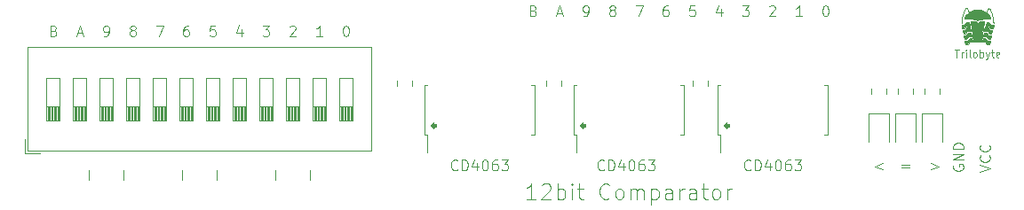
<source format=gbr>
%TF.GenerationSoftware,KiCad,Pcbnew,(6.0.0-0)*%
%TF.CreationDate,2022-07-05T22:02:19-04:00*%
%TF.ProjectId,Comparator,436f6d70-6172-4617-946f-722e6b696361,rev?*%
%TF.SameCoordinates,Original*%
%TF.FileFunction,Legend,Top*%
%TF.FilePolarity,Positive*%
%FSLAX46Y46*%
G04 Gerber Fmt 4.6, Leading zero omitted, Abs format (unit mm)*
G04 Created by KiCad (PCBNEW (6.0.0-0)) date 2022-07-05 22:02:19*
%MOMM*%
%LPD*%
G01*
G04 APERTURE LIST*
%ADD10C,0.314000*%
%ADD11C,0.100000*%
%ADD12C,0.120000*%
%ADD13C,0.013229*%
G04 APERTURE END LIST*
D10*
X150271000Y-98552000D02*
G75*
G03*
X150271000Y-98552000I-157000J0D01*
G01*
X164495000Y-98552000D02*
G75*
G03*
X164495000Y-98552000I-157000J0D01*
G01*
X178211000Y-98552000D02*
G75*
G03*
X178211000Y-98552000I-157000J0D01*
G01*
D11*
X123618666Y-88997401D02*
X124285333Y-88997401D01*
X123856761Y-89997401D01*
X172402476Y-87082380D02*
X172212000Y-87082380D01*
X172116761Y-87130000D01*
X172069142Y-87177619D01*
X171973904Y-87320476D01*
X171926285Y-87510952D01*
X171926285Y-87891904D01*
X171973904Y-87987142D01*
X172021523Y-88034761D01*
X172116761Y-88082380D01*
X172307238Y-88082380D01*
X172402476Y-88034761D01*
X172450095Y-87987142D01*
X172497714Y-87891904D01*
X172497714Y-87653809D01*
X172450095Y-87558571D01*
X172402476Y-87510952D01*
X172307238Y-87463333D01*
X172116761Y-87463333D01*
X172021523Y-87510952D01*
X171973904Y-87558571D01*
X171926285Y-87653809D01*
X139477714Y-89997401D02*
X138906285Y-89997401D01*
X139192000Y-89997401D02*
X139192000Y-88997401D01*
X139096761Y-89140259D01*
X139001523Y-89235497D01*
X138906285Y-89283116D01*
X192912952Y-102147714D02*
X192151047Y-102433428D01*
X192912952Y-102719142D01*
X194691047Y-102290571D02*
X195452952Y-102290571D01*
X195452952Y-102576285D02*
X194691047Y-102576285D01*
X141684380Y-88997401D02*
X141779619Y-88997401D01*
X141874857Y-89045021D01*
X141922476Y-89092640D01*
X141970095Y-89187878D01*
X142017714Y-89378354D01*
X142017714Y-89616449D01*
X141970095Y-89806925D01*
X141922476Y-89902163D01*
X141874857Y-89949782D01*
X141779619Y-89997401D01*
X141684380Y-89997401D01*
X141589142Y-89949782D01*
X141541523Y-89902163D01*
X141493904Y-89806925D01*
X141446285Y-89616449D01*
X141446285Y-89378354D01*
X141493904Y-89187878D01*
X141541523Y-89092640D01*
X141589142Y-89045021D01*
X141684380Y-88997401D01*
X159583428Y-87558571D02*
X159726285Y-87606190D01*
X159773904Y-87653809D01*
X159821523Y-87749047D01*
X159821523Y-87891904D01*
X159773904Y-87987142D01*
X159726285Y-88034761D01*
X159631047Y-88082380D01*
X159250095Y-88082380D01*
X159250095Y-87082380D01*
X159583428Y-87082380D01*
X159678666Y-87130000D01*
X159726285Y-87177619D01*
X159773904Y-87272857D01*
X159773904Y-87368095D01*
X159726285Y-87463333D01*
X159678666Y-87510952D01*
X159583428Y-87558571D01*
X159250095Y-87558571D01*
X129270095Y-88997401D02*
X128793904Y-88997401D01*
X128746285Y-89473592D01*
X128793904Y-89425973D01*
X128889142Y-89378354D01*
X129127238Y-89378354D01*
X129222476Y-89425973D01*
X129270095Y-89473592D01*
X129317714Y-89568830D01*
X129317714Y-89806925D01*
X129270095Y-89902163D01*
X129222476Y-89949782D01*
X129127238Y-89997401D01*
X128889142Y-89997401D01*
X128793904Y-89949782D01*
X128746285Y-89902163D01*
X169338666Y-87082380D02*
X170005333Y-87082380D01*
X169576761Y-88082380D01*
X164401523Y-88082380D02*
X164592000Y-88082380D01*
X164687238Y-88034761D01*
X164734857Y-87987142D01*
X164830095Y-87844285D01*
X164877714Y-87653809D01*
X164877714Y-87272857D01*
X164830095Y-87177619D01*
X164782476Y-87130000D01*
X164687238Y-87082380D01*
X164496761Y-87082380D01*
X164401523Y-87130000D01*
X164353904Y-87177619D01*
X164306285Y-87272857D01*
X164306285Y-87510952D01*
X164353904Y-87606190D01*
X164401523Y-87653809D01*
X164496761Y-87701428D01*
X164687238Y-87701428D01*
X164782476Y-87653809D01*
X164830095Y-87606190D01*
X164877714Y-87510952D01*
X180291761Y-102719142D02*
X180244142Y-102766761D01*
X180101285Y-102814380D01*
X180006047Y-102814380D01*
X179863190Y-102766761D01*
X179767952Y-102671523D01*
X179720333Y-102576285D01*
X179672714Y-102385809D01*
X179672714Y-102242952D01*
X179720333Y-102052476D01*
X179767952Y-101957238D01*
X179863190Y-101862000D01*
X180006047Y-101814380D01*
X180101285Y-101814380D01*
X180244142Y-101862000D01*
X180291761Y-101909619D01*
X180720333Y-102814380D02*
X180720333Y-101814380D01*
X180958428Y-101814380D01*
X181101285Y-101862000D01*
X181196523Y-101957238D01*
X181244142Y-102052476D01*
X181291761Y-102242952D01*
X181291761Y-102385809D01*
X181244142Y-102576285D01*
X181196523Y-102671523D01*
X181101285Y-102766761D01*
X180958428Y-102814380D01*
X180720333Y-102814380D01*
X182148904Y-102147714D02*
X182148904Y-102814380D01*
X181910809Y-101766761D02*
X181672714Y-102481047D01*
X182291761Y-102481047D01*
X182863190Y-101814380D02*
X182958428Y-101814380D01*
X183053666Y-101862000D01*
X183101285Y-101909619D01*
X183148904Y-102004857D01*
X183196523Y-102195333D01*
X183196523Y-102433428D01*
X183148904Y-102623904D01*
X183101285Y-102719142D01*
X183053666Y-102766761D01*
X182958428Y-102814380D01*
X182863190Y-102814380D01*
X182767952Y-102766761D01*
X182720333Y-102719142D01*
X182672714Y-102623904D01*
X182625095Y-102433428D01*
X182625095Y-102195333D01*
X182672714Y-102004857D01*
X182720333Y-101909619D01*
X182767952Y-101862000D01*
X182863190Y-101814380D01*
X184053666Y-101814380D02*
X183863190Y-101814380D01*
X183767952Y-101862000D01*
X183720333Y-101909619D01*
X183625095Y-102052476D01*
X183577476Y-102242952D01*
X183577476Y-102623904D01*
X183625095Y-102719142D01*
X183672714Y-102766761D01*
X183767952Y-102814380D01*
X183958428Y-102814380D01*
X184053666Y-102766761D01*
X184101285Y-102719142D01*
X184148904Y-102623904D01*
X184148904Y-102385809D01*
X184101285Y-102290571D01*
X184053666Y-102242952D01*
X183958428Y-102195333D01*
X183767952Y-102195333D01*
X183672714Y-102242952D01*
X183625095Y-102290571D01*
X183577476Y-102385809D01*
X184482238Y-101814380D02*
X185101285Y-101814380D01*
X184767952Y-102195333D01*
X184910809Y-102195333D01*
X185006047Y-102242952D01*
X185053666Y-102290571D01*
X185101285Y-102385809D01*
X185101285Y-102623904D01*
X185053666Y-102719142D01*
X185006047Y-102766761D01*
X184910809Y-102814380D01*
X184625095Y-102814380D01*
X184529857Y-102766761D01*
X184482238Y-102719142D01*
X118681523Y-89997401D02*
X118872000Y-89997401D01*
X118967238Y-89949782D01*
X119014857Y-89902163D01*
X119110095Y-89759306D01*
X119157714Y-89568830D01*
X119157714Y-89187878D01*
X119110095Y-89092640D01*
X119062476Y-89045021D01*
X118967238Y-88997401D01*
X118776761Y-88997401D01*
X118681523Y-89045021D01*
X118633904Y-89092640D01*
X118586285Y-89187878D01*
X118586285Y-89425973D01*
X118633904Y-89521211D01*
X118681523Y-89568830D01*
X118776761Y-89616449D01*
X118967238Y-89616449D01*
X119062476Y-89568830D01*
X119110095Y-89521211D01*
X119157714Y-89425973D01*
X202144380Y-102963761D02*
X203144380Y-102630428D01*
X202144380Y-102297095D01*
X203049142Y-101392333D02*
X203096761Y-101439952D01*
X203144380Y-101582809D01*
X203144380Y-101678047D01*
X203096761Y-101820904D01*
X203001523Y-101916142D01*
X202906285Y-101963761D01*
X202715809Y-102011380D01*
X202572952Y-102011380D01*
X202382476Y-101963761D01*
X202287238Y-101916142D01*
X202192000Y-101820904D01*
X202144380Y-101678047D01*
X202144380Y-101582809D01*
X202192000Y-101439952D01*
X202239619Y-101392333D01*
X203049142Y-100392333D02*
X203096761Y-100439952D01*
X203144380Y-100582809D01*
X203144380Y-100678047D01*
X203096761Y-100820904D01*
X203001523Y-100916142D01*
X202906285Y-100963761D01*
X202715809Y-101011380D01*
X202572952Y-101011380D01*
X202382476Y-100963761D01*
X202287238Y-100916142D01*
X202192000Y-100820904D01*
X202144380Y-100678047D01*
X202144380Y-100582809D01*
X202192000Y-100439952D01*
X202239619Y-100392333D01*
X177482476Y-87415714D02*
X177482476Y-88082380D01*
X177244380Y-87034761D02*
X177006285Y-87749047D01*
X177625333Y-87749047D01*
X174990095Y-87082380D02*
X174513904Y-87082380D01*
X174466285Y-87558571D01*
X174513904Y-87510952D01*
X174609142Y-87463333D01*
X174847238Y-87463333D01*
X174942476Y-87510952D01*
X174990095Y-87558571D01*
X175037714Y-87653809D01*
X175037714Y-87891904D01*
X174990095Y-87987142D01*
X174942476Y-88034761D01*
X174847238Y-88082380D01*
X174609142Y-88082380D01*
X174513904Y-88034761D01*
X174466285Y-87987142D01*
X121316761Y-89425973D02*
X121221523Y-89378354D01*
X121173904Y-89330735D01*
X121126285Y-89235497D01*
X121126285Y-89187878D01*
X121173904Y-89092640D01*
X121221523Y-89045021D01*
X121316761Y-88997401D01*
X121507238Y-88997401D01*
X121602476Y-89045021D01*
X121650095Y-89092640D01*
X121697714Y-89187878D01*
X121697714Y-89235497D01*
X121650095Y-89330735D01*
X121602476Y-89378354D01*
X121507238Y-89425973D01*
X121316761Y-89425973D01*
X121221523Y-89473592D01*
X121173904Y-89521211D01*
X121126285Y-89616449D01*
X121126285Y-89806925D01*
X121173904Y-89902163D01*
X121221523Y-89949782D01*
X121316761Y-89997401D01*
X121507238Y-89997401D01*
X121602476Y-89949782D01*
X121650095Y-89902163D01*
X121697714Y-89806925D01*
X121697714Y-89616449D01*
X121650095Y-89521211D01*
X121602476Y-89473592D01*
X121507238Y-89425973D01*
X187404380Y-87082380D02*
X187499619Y-87082380D01*
X187594857Y-87130000D01*
X187642476Y-87177619D01*
X187690095Y-87272857D01*
X187737714Y-87463333D01*
X187737714Y-87701428D01*
X187690095Y-87891904D01*
X187642476Y-87987142D01*
X187594857Y-88034761D01*
X187499619Y-88082380D01*
X187404380Y-88082380D01*
X187309142Y-88034761D01*
X187261523Y-87987142D01*
X187213904Y-87891904D01*
X187166285Y-87701428D01*
X187166285Y-87463333D01*
X187213904Y-87272857D01*
X187261523Y-87177619D01*
X187309142Y-87130000D01*
X187404380Y-87082380D01*
X161813904Y-87796666D02*
X162290095Y-87796666D01*
X161718666Y-88082380D02*
X162052000Y-87082380D01*
X162385333Y-88082380D01*
X199652000Y-102297095D02*
X199604380Y-102392333D01*
X199604380Y-102535190D01*
X199652000Y-102678047D01*
X199747238Y-102773285D01*
X199842476Y-102820904D01*
X200032952Y-102868523D01*
X200175809Y-102868523D01*
X200366285Y-102820904D01*
X200461523Y-102773285D01*
X200556761Y-102678047D01*
X200604380Y-102535190D01*
X200604380Y-102439952D01*
X200556761Y-102297095D01*
X200509142Y-102249476D01*
X200175809Y-102249476D01*
X200175809Y-102439952D01*
X200604380Y-101820904D02*
X199604380Y-101820904D01*
X200604380Y-101249476D01*
X199604380Y-101249476D01*
X200604380Y-100773285D02*
X199604380Y-100773285D01*
X199604380Y-100535190D01*
X199652000Y-100392333D01*
X199747238Y-100297095D01*
X199842476Y-100249476D01*
X200032952Y-100201857D01*
X200175809Y-100201857D01*
X200366285Y-100249476D01*
X200461523Y-100297095D01*
X200556761Y-100392333D01*
X200604380Y-100535190D01*
X200604380Y-100773285D01*
X167036761Y-87510952D02*
X166941523Y-87463333D01*
X166893904Y-87415714D01*
X166846285Y-87320476D01*
X166846285Y-87272857D01*
X166893904Y-87177619D01*
X166941523Y-87130000D01*
X167036761Y-87082380D01*
X167227238Y-87082380D01*
X167322476Y-87130000D01*
X167370095Y-87177619D01*
X167417714Y-87272857D01*
X167417714Y-87320476D01*
X167370095Y-87415714D01*
X167322476Y-87463333D01*
X167227238Y-87510952D01*
X167036761Y-87510952D01*
X166941523Y-87558571D01*
X166893904Y-87606190D01*
X166846285Y-87701428D01*
X166846285Y-87891904D01*
X166893904Y-87987142D01*
X166941523Y-88034761D01*
X167036761Y-88082380D01*
X167227238Y-88082380D01*
X167322476Y-88034761D01*
X167370095Y-87987142D01*
X167417714Y-87891904D01*
X167417714Y-87701428D01*
X167370095Y-87606190D01*
X167322476Y-87558571D01*
X167227238Y-87510952D01*
X199763333Y-91310666D02*
X200163333Y-91310666D01*
X199963333Y-92010666D02*
X199963333Y-91310666D01*
X200396666Y-92010666D02*
X200396666Y-91544000D01*
X200396666Y-91677333D02*
X200430000Y-91610666D01*
X200463333Y-91577333D01*
X200530000Y-91544000D01*
X200596666Y-91544000D01*
X200830000Y-92010666D02*
X200830000Y-91544000D01*
X200830000Y-91310666D02*
X200796666Y-91344000D01*
X200830000Y-91377333D01*
X200863333Y-91344000D01*
X200830000Y-91310666D01*
X200830000Y-91377333D01*
X201263333Y-92010666D02*
X201196666Y-91977333D01*
X201163333Y-91910666D01*
X201163333Y-91310666D01*
X201630000Y-92010666D02*
X201563333Y-91977333D01*
X201530000Y-91944000D01*
X201496666Y-91877333D01*
X201496666Y-91677333D01*
X201530000Y-91610666D01*
X201563333Y-91577333D01*
X201630000Y-91544000D01*
X201730000Y-91544000D01*
X201796666Y-91577333D01*
X201830000Y-91610666D01*
X201863333Y-91677333D01*
X201863333Y-91877333D01*
X201830000Y-91944000D01*
X201796666Y-91977333D01*
X201730000Y-92010666D01*
X201630000Y-92010666D01*
X202163333Y-92010666D02*
X202163333Y-91310666D01*
X202163333Y-91577333D02*
X202230000Y-91544000D01*
X202363333Y-91544000D01*
X202430000Y-91577333D01*
X202463333Y-91610666D01*
X202496666Y-91677333D01*
X202496666Y-91877333D01*
X202463333Y-91944000D01*
X202430000Y-91977333D01*
X202363333Y-92010666D01*
X202230000Y-92010666D01*
X202163333Y-91977333D01*
X202730000Y-91544000D02*
X202896666Y-92010666D01*
X203063333Y-91544000D02*
X202896666Y-92010666D01*
X202830000Y-92177333D01*
X202796666Y-92210666D01*
X202730000Y-92244000D01*
X203230000Y-91544000D02*
X203496666Y-91544000D01*
X203330000Y-91310666D02*
X203330000Y-91910666D01*
X203363333Y-91977333D01*
X203430000Y-92010666D01*
X203496666Y-92010666D01*
X203996666Y-91977333D02*
X203930000Y-92010666D01*
X203796666Y-92010666D01*
X203730000Y-91977333D01*
X203696666Y-91910666D01*
X203696666Y-91644000D01*
X203730000Y-91577333D01*
X203796666Y-91544000D01*
X203930000Y-91544000D01*
X203996666Y-91577333D01*
X204030000Y-91644000D01*
X204030000Y-91710666D01*
X203696666Y-91777333D01*
X133778666Y-88997401D02*
X134397714Y-88997401D01*
X134064380Y-89378354D01*
X134207238Y-89378354D01*
X134302476Y-89425973D01*
X134350095Y-89473592D01*
X134397714Y-89568830D01*
X134397714Y-89806925D01*
X134350095Y-89902163D01*
X134302476Y-89949782D01*
X134207238Y-89997401D01*
X133921523Y-89997401D01*
X133826285Y-89949782D01*
X133778666Y-89902163D01*
X126682476Y-88997401D02*
X126492000Y-88997401D01*
X126396761Y-89045021D01*
X126349142Y-89092640D01*
X126253904Y-89235497D01*
X126206285Y-89425973D01*
X126206285Y-89806925D01*
X126253904Y-89902163D01*
X126301523Y-89949782D01*
X126396761Y-89997401D01*
X126587238Y-89997401D01*
X126682476Y-89949782D01*
X126730095Y-89902163D01*
X126777714Y-89806925D01*
X126777714Y-89568830D01*
X126730095Y-89473592D01*
X126682476Y-89425973D01*
X126587238Y-89378354D01*
X126396761Y-89378354D01*
X126301523Y-89425973D01*
X126253904Y-89473592D01*
X126206285Y-89568830D01*
X116093904Y-89711687D02*
X116570095Y-89711687D01*
X115998666Y-89997401D02*
X116332000Y-88997401D01*
X116665333Y-89997401D01*
X179498666Y-87082380D02*
X180117714Y-87082380D01*
X179784380Y-87463333D01*
X179927238Y-87463333D01*
X180022476Y-87510952D01*
X180070095Y-87558571D01*
X180117714Y-87653809D01*
X180117714Y-87891904D01*
X180070095Y-87987142D01*
X180022476Y-88034761D01*
X179927238Y-88082380D01*
X179641523Y-88082380D01*
X179546285Y-88034761D01*
X179498666Y-87987142D01*
X159834571Y-105580571D02*
X158977428Y-105580571D01*
X159406000Y-105580571D02*
X159406000Y-104080571D01*
X159263142Y-104294857D01*
X159120285Y-104437714D01*
X158977428Y-104509142D01*
X160406000Y-104223428D02*
X160477428Y-104152000D01*
X160620285Y-104080571D01*
X160977428Y-104080571D01*
X161120285Y-104152000D01*
X161191714Y-104223428D01*
X161263142Y-104366285D01*
X161263142Y-104509142D01*
X161191714Y-104723428D01*
X160334571Y-105580571D01*
X161263142Y-105580571D01*
X161906000Y-105580571D02*
X161906000Y-104080571D01*
X161906000Y-104652000D02*
X162048857Y-104580571D01*
X162334571Y-104580571D01*
X162477428Y-104652000D01*
X162548857Y-104723428D01*
X162620285Y-104866285D01*
X162620285Y-105294857D01*
X162548857Y-105437714D01*
X162477428Y-105509142D01*
X162334571Y-105580571D01*
X162048857Y-105580571D01*
X161906000Y-105509142D01*
X163263142Y-105580571D02*
X163263142Y-104580571D01*
X163263142Y-104080571D02*
X163191714Y-104152000D01*
X163263142Y-104223428D01*
X163334571Y-104152000D01*
X163263142Y-104080571D01*
X163263142Y-104223428D01*
X163763142Y-104580571D02*
X164334571Y-104580571D01*
X163977428Y-104080571D02*
X163977428Y-105366285D01*
X164048857Y-105509142D01*
X164191714Y-105580571D01*
X164334571Y-105580571D01*
X166834571Y-105437714D02*
X166763142Y-105509142D01*
X166548857Y-105580571D01*
X166406000Y-105580571D01*
X166191714Y-105509142D01*
X166048857Y-105366285D01*
X165977428Y-105223428D01*
X165906000Y-104937714D01*
X165906000Y-104723428D01*
X165977428Y-104437714D01*
X166048857Y-104294857D01*
X166191714Y-104152000D01*
X166406000Y-104080571D01*
X166548857Y-104080571D01*
X166763142Y-104152000D01*
X166834571Y-104223428D01*
X167691714Y-105580571D02*
X167548857Y-105509142D01*
X167477428Y-105437714D01*
X167406000Y-105294857D01*
X167406000Y-104866285D01*
X167477428Y-104723428D01*
X167548857Y-104652000D01*
X167691714Y-104580571D01*
X167906000Y-104580571D01*
X168048857Y-104652000D01*
X168120285Y-104723428D01*
X168191714Y-104866285D01*
X168191714Y-105294857D01*
X168120285Y-105437714D01*
X168048857Y-105509142D01*
X167906000Y-105580571D01*
X167691714Y-105580571D01*
X168834571Y-105580571D02*
X168834571Y-104580571D01*
X168834571Y-104723428D02*
X168906000Y-104652000D01*
X169048857Y-104580571D01*
X169263142Y-104580571D01*
X169406000Y-104652000D01*
X169477428Y-104794857D01*
X169477428Y-105580571D01*
X169477428Y-104794857D02*
X169548857Y-104652000D01*
X169691714Y-104580571D01*
X169906000Y-104580571D01*
X170048857Y-104652000D01*
X170120285Y-104794857D01*
X170120285Y-105580571D01*
X170834571Y-104580571D02*
X170834571Y-106080571D01*
X170834571Y-104652000D02*
X170977428Y-104580571D01*
X171263142Y-104580571D01*
X171406000Y-104652000D01*
X171477428Y-104723428D01*
X171548857Y-104866285D01*
X171548857Y-105294857D01*
X171477428Y-105437714D01*
X171406000Y-105509142D01*
X171263142Y-105580571D01*
X170977428Y-105580571D01*
X170834571Y-105509142D01*
X172834571Y-105580571D02*
X172834571Y-104794857D01*
X172763142Y-104652000D01*
X172620285Y-104580571D01*
X172334571Y-104580571D01*
X172191714Y-104652000D01*
X172834571Y-105509142D02*
X172691714Y-105580571D01*
X172334571Y-105580571D01*
X172191714Y-105509142D01*
X172120285Y-105366285D01*
X172120285Y-105223428D01*
X172191714Y-105080571D01*
X172334571Y-105009142D01*
X172691714Y-105009142D01*
X172834571Y-104937714D01*
X173548857Y-105580571D02*
X173548857Y-104580571D01*
X173548857Y-104866285D02*
X173620285Y-104723428D01*
X173691714Y-104652000D01*
X173834571Y-104580571D01*
X173977428Y-104580571D01*
X175120285Y-105580571D02*
X175120285Y-104794857D01*
X175048857Y-104652000D01*
X174906000Y-104580571D01*
X174620285Y-104580571D01*
X174477428Y-104652000D01*
X175120285Y-105509142D02*
X174977428Y-105580571D01*
X174620285Y-105580571D01*
X174477428Y-105509142D01*
X174406000Y-105366285D01*
X174406000Y-105223428D01*
X174477428Y-105080571D01*
X174620285Y-105009142D01*
X174977428Y-105009142D01*
X175120285Y-104937714D01*
X175620285Y-104580571D02*
X176191714Y-104580571D01*
X175834571Y-104080571D02*
X175834571Y-105366285D01*
X175906000Y-105509142D01*
X176048857Y-105580571D01*
X176191714Y-105580571D01*
X176906000Y-105580571D02*
X176763142Y-105509142D01*
X176691714Y-105437714D01*
X176620285Y-105294857D01*
X176620285Y-104866285D01*
X176691714Y-104723428D01*
X176763142Y-104652000D01*
X176906000Y-104580571D01*
X177120285Y-104580571D01*
X177263142Y-104652000D01*
X177334571Y-104723428D01*
X177406000Y-104866285D01*
X177406000Y-105294857D01*
X177334571Y-105437714D01*
X177263142Y-105509142D01*
X177120285Y-105580571D01*
X176906000Y-105580571D01*
X178048857Y-105580571D02*
X178048857Y-104580571D01*
X178048857Y-104866285D02*
X178120285Y-104723428D01*
X178191714Y-104652000D01*
X178334571Y-104580571D01*
X178477428Y-104580571D01*
X113863428Y-89473592D02*
X114006285Y-89521211D01*
X114053904Y-89568830D01*
X114101523Y-89664068D01*
X114101523Y-89806925D01*
X114053904Y-89902163D01*
X114006285Y-89949782D01*
X113911047Y-89997401D01*
X113530095Y-89997401D01*
X113530095Y-88997401D01*
X113863428Y-88997401D01*
X113958666Y-89045021D01*
X114006285Y-89092640D01*
X114053904Y-89187878D01*
X114053904Y-89283116D01*
X114006285Y-89378354D01*
X113958666Y-89425973D01*
X113863428Y-89473592D01*
X113530095Y-89473592D01*
X185197714Y-88082380D02*
X184626285Y-88082380D01*
X184912000Y-88082380D02*
X184912000Y-87082380D01*
X184816761Y-87225238D01*
X184721523Y-87320476D01*
X184626285Y-87368095D01*
X152351761Y-102719142D02*
X152304142Y-102766761D01*
X152161285Y-102814380D01*
X152066047Y-102814380D01*
X151923190Y-102766761D01*
X151827952Y-102671523D01*
X151780333Y-102576285D01*
X151732714Y-102385809D01*
X151732714Y-102242952D01*
X151780333Y-102052476D01*
X151827952Y-101957238D01*
X151923190Y-101862000D01*
X152066047Y-101814380D01*
X152161285Y-101814380D01*
X152304142Y-101862000D01*
X152351761Y-101909619D01*
X152780333Y-102814380D02*
X152780333Y-101814380D01*
X153018428Y-101814380D01*
X153161285Y-101862000D01*
X153256523Y-101957238D01*
X153304142Y-102052476D01*
X153351761Y-102242952D01*
X153351761Y-102385809D01*
X153304142Y-102576285D01*
X153256523Y-102671523D01*
X153161285Y-102766761D01*
X153018428Y-102814380D01*
X152780333Y-102814380D01*
X154208904Y-102147714D02*
X154208904Y-102814380D01*
X153970809Y-101766761D02*
X153732714Y-102481047D01*
X154351761Y-102481047D01*
X154923190Y-101814380D02*
X155018428Y-101814380D01*
X155113666Y-101862000D01*
X155161285Y-101909619D01*
X155208904Y-102004857D01*
X155256523Y-102195333D01*
X155256523Y-102433428D01*
X155208904Y-102623904D01*
X155161285Y-102719142D01*
X155113666Y-102766761D01*
X155018428Y-102814380D01*
X154923190Y-102814380D01*
X154827952Y-102766761D01*
X154780333Y-102719142D01*
X154732714Y-102623904D01*
X154685095Y-102433428D01*
X154685095Y-102195333D01*
X154732714Y-102004857D01*
X154780333Y-101909619D01*
X154827952Y-101862000D01*
X154923190Y-101814380D01*
X156113666Y-101814380D02*
X155923190Y-101814380D01*
X155827952Y-101862000D01*
X155780333Y-101909619D01*
X155685095Y-102052476D01*
X155637476Y-102242952D01*
X155637476Y-102623904D01*
X155685095Y-102719142D01*
X155732714Y-102766761D01*
X155827952Y-102814380D01*
X156018428Y-102814380D01*
X156113666Y-102766761D01*
X156161285Y-102719142D01*
X156208904Y-102623904D01*
X156208904Y-102385809D01*
X156161285Y-102290571D01*
X156113666Y-102242952D01*
X156018428Y-102195333D01*
X155827952Y-102195333D01*
X155732714Y-102242952D01*
X155685095Y-102290571D01*
X155637476Y-102385809D01*
X156542238Y-101814380D02*
X157161285Y-101814380D01*
X156827952Y-102195333D01*
X156970809Y-102195333D01*
X157066047Y-102242952D01*
X157113666Y-102290571D01*
X157161285Y-102385809D01*
X157161285Y-102623904D01*
X157113666Y-102719142D01*
X157066047Y-102766761D01*
X156970809Y-102814380D01*
X156685095Y-102814380D01*
X156589857Y-102766761D01*
X156542238Y-102719142D01*
X131762476Y-89330735D02*
X131762476Y-89997401D01*
X131524380Y-88949782D02*
X131286285Y-89664068D01*
X131905333Y-89664068D01*
X182086285Y-87177619D02*
X182133904Y-87130000D01*
X182229142Y-87082380D01*
X182467238Y-87082380D01*
X182562476Y-87130000D01*
X182610095Y-87177619D01*
X182657714Y-87272857D01*
X182657714Y-87368095D01*
X182610095Y-87510952D01*
X182038666Y-88082380D01*
X182657714Y-88082380D01*
X136366285Y-89092640D02*
X136413904Y-89045021D01*
X136509142Y-88997401D01*
X136747238Y-88997401D01*
X136842476Y-89045021D01*
X136890095Y-89092640D01*
X136937714Y-89187878D01*
X136937714Y-89283116D01*
X136890095Y-89425973D01*
X136318666Y-89997401D01*
X136937714Y-89997401D01*
X197485047Y-102147714D02*
X198246952Y-102433428D01*
X197485047Y-102719142D01*
X166321761Y-102719142D02*
X166274142Y-102766761D01*
X166131285Y-102814380D01*
X166036047Y-102814380D01*
X165893190Y-102766761D01*
X165797952Y-102671523D01*
X165750333Y-102576285D01*
X165702714Y-102385809D01*
X165702714Y-102242952D01*
X165750333Y-102052476D01*
X165797952Y-101957238D01*
X165893190Y-101862000D01*
X166036047Y-101814380D01*
X166131285Y-101814380D01*
X166274142Y-101862000D01*
X166321761Y-101909619D01*
X166750333Y-102814380D02*
X166750333Y-101814380D01*
X166988428Y-101814380D01*
X167131285Y-101862000D01*
X167226523Y-101957238D01*
X167274142Y-102052476D01*
X167321761Y-102242952D01*
X167321761Y-102385809D01*
X167274142Y-102576285D01*
X167226523Y-102671523D01*
X167131285Y-102766761D01*
X166988428Y-102814380D01*
X166750333Y-102814380D01*
X168178904Y-102147714D02*
X168178904Y-102814380D01*
X167940809Y-101766761D02*
X167702714Y-102481047D01*
X168321761Y-102481047D01*
X168893190Y-101814380D02*
X168988428Y-101814380D01*
X169083666Y-101862000D01*
X169131285Y-101909619D01*
X169178904Y-102004857D01*
X169226523Y-102195333D01*
X169226523Y-102433428D01*
X169178904Y-102623904D01*
X169131285Y-102719142D01*
X169083666Y-102766761D01*
X168988428Y-102814380D01*
X168893190Y-102814380D01*
X168797952Y-102766761D01*
X168750333Y-102719142D01*
X168702714Y-102623904D01*
X168655095Y-102433428D01*
X168655095Y-102195333D01*
X168702714Y-102004857D01*
X168750333Y-101909619D01*
X168797952Y-101862000D01*
X168893190Y-101814380D01*
X170083666Y-101814380D02*
X169893190Y-101814380D01*
X169797952Y-101862000D01*
X169750333Y-101909619D01*
X169655095Y-102052476D01*
X169607476Y-102242952D01*
X169607476Y-102623904D01*
X169655095Y-102719142D01*
X169702714Y-102766761D01*
X169797952Y-102814380D01*
X169988428Y-102814380D01*
X170083666Y-102766761D01*
X170131285Y-102719142D01*
X170178904Y-102623904D01*
X170178904Y-102385809D01*
X170131285Y-102290571D01*
X170083666Y-102242952D01*
X169988428Y-102195333D01*
X169797952Y-102195333D01*
X169702714Y-102242952D01*
X169655095Y-102290571D01*
X169607476Y-102385809D01*
X170512238Y-101814380D02*
X171131285Y-101814380D01*
X170797952Y-102195333D01*
X170940809Y-102195333D01*
X171036047Y-102242952D01*
X171083666Y-102290571D01*
X171131285Y-102385809D01*
X171131285Y-102623904D01*
X171083666Y-102719142D01*
X171036047Y-102766761D01*
X170940809Y-102814380D01*
X170655095Y-102814380D01*
X170559857Y-102766761D01*
X170512238Y-102719142D01*
D12*
%TO.C,D6*%
X198572000Y-97375000D02*
X196652000Y-97375000D01*
X198572000Y-100060000D02*
X198572000Y-97375000D01*
X196652000Y-97375000D02*
X196652000Y-100060000D01*
%TO.C,C11*%
X162279000Y-94226748D02*
X162279000Y-94749252D01*
X160809000Y-94226748D02*
X160809000Y-94749252D01*
%TO.C,C12*%
X146585000Y-94226748D02*
X146585000Y-94749252D01*
X148055000Y-94226748D02*
X148055000Y-94749252D01*
%TO.C,RN6*%
X120552000Y-103761021D02*
X120552000Y-102761021D01*
X117192000Y-103761021D02*
X117192000Y-102761021D01*
%TO.C,RN4*%
X134972000Y-103761021D02*
X134972000Y-102761021D01*
X138332000Y-103761021D02*
X138332000Y-102761021D01*
%TO.C,U4*%
X177392000Y-99413000D02*
X177392000Y-101078000D01*
X187632000Y-94643000D02*
X187352000Y-94643000D01*
X177112000Y-97028000D02*
X177112000Y-94643000D01*
X177112000Y-97028000D02*
X177112000Y-99413000D01*
X187632000Y-99413000D02*
X187352000Y-99413000D01*
X177112000Y-94643000D02*
X177392000Y-94643000D01*
X177112000Y-99413000D02*
X177392000Y-99413000D01*
X187632000Y-97028000D02*
X187632000Y-99413000D01*
X187632000Y-97028000D02*
X187632000Y-94643000D01*
%TO.C,R4*%
X193267000Y-95477064D02*
X193267000Y-95022936D01*
X191797000Y-95477064D02*
X191797000Y-95022936D01*
%TO.C,D5*%
X196032000Y-97375000D02*
X194112000Y-97375000D01*
X196032000Y-100060000D02*
X196032000Y-97375000D01*
X194112000Y-97375000D02*
X194112000Y-100060000D01*
%TO.C,R5*%
X194337000Y-95477064D02*
X194337000Y-95022936D01*
X195807000Y-95477064D02*
X195807000Y-95022936D01*
%TO.C,R6*%
X198347000Y-95477064D02*
X198347000Y-95022936D01*
X196877000Y-95477064D02*
X196877000Y-95022936D01*
%TO.C,U6*%
X159692000Y-99413000D02*
X159412000Y-99413000D01*
X159692000Y-97028000D02*
X159692000Y-94643000D01*
X149172000Y-94643000D02*
X149452000Y-94643000D01*
X159692000Y-97028000D02*
X159692000Y-99413000D01*
X149172000Y-99413000D02*
X149452000Y-99413000D01*
X149452000Y-99413000D02*
X149452000Y-101078000D01*
X149172000Y-97028000D02*
X149172000Y-94643000D01*
X149172000Y-97028000D02*
X149172000Y-99413000D01*
X159692000Y-94643000D02*
X159412000Y-94643000D01*
%TO.C,D4*%
X193492000Y-100060000D02*
X193492000Y-97375000D01*
X193492000Y-97375000D02*
X191572000Y-97375000D01*
X191572000Y-97375000D02*
X191572000Y-100060000D01*
D13*
%TO.C,REF\u002A\u002A*%
X203108560Y-87427396D02*
X203130349Y-87457475D01*
X200443440Y-88398974D02*
X200420053Y-88560042D01*
X203130349Y-87457475D02*
X203172942Y-87529176D01*
X203009605Y-87349352D02*
X203028118Y-87355864D01*
X200934244Y-87355999D02*
X200918602Y-87343069D01*
X200611687Y-87683559D02*
X200578794Y-87782609D01*
X200902417Y-87333697D02*
X200885674Y-87328048D01*
X200868355Y-87326289D02*
X200850445Y-87328582D01*
X201095620Y-87772871D02*
X201075150Y-87685923D01*
X200729652Y-87436705D02*
X200729652Y-87436705D01*
X202974383Y-87348818D02*
X202991699Y-87347058D01*
X200850445Y-87328582D02*
X200831927Y-87335094D01*
X201132914Y-87960436D02*
X201095620Y-87772871D01*
X202881979Y-87435262D02*
X202910699Y-87393093D01*
X202727092Y-87981206D02*
X202764399Y-87793641D01*
X202693786Y-88178200D02*
X202727092Y-87981206D01*
X200729652Y-87436705D02*
X200687037Y-87508407D01*
X202941458Y-87363838D02*
X202957641Y-87354467D01*
X200751453Y-87406627D02*
X200729652Y-87436705D01*
X202806745Y-87626062D02*
X202830131Y-87553066D01*
X203087459Y-87402361D02*
X203108560Y-87427396D01*
X202957641Y-87354467D02*
X202974383Y-87348818D01*
X202855166Y-87489027D02*
X202881979Y-87435262D01*
X200687037Y-87508407D02*
X200647741Y-87591425D01*
X200522181Y-87992660D02*
X200477273Y-88203981D01*
X202764399Y-87793641D02*
X202784877Y-87706693D01*
X200647741Y-87591425D02*
X200611687Y-87683559D01*
X201166215Y-88157430D02*
X201132914Y-87960436D01*
X200420053Y-88560042D02*
X200402098Y-88710013D01*
X200812785Y-87345990D02*
X200793003Y-87361434D01*
X202784877Y-87706693D02*
X202806745Y-87626062D01*
X201029913Y-87532296D02*
X201004885Y-87468257D01*
X203439930Y-88580700D02*
X203457903Y-88730650D01*
X203028118Y-87355864D02*
X203047254Y-87366760D01*
X203047254Y-87366760D02*
X203067029Y-87382204D01*
X200793003Y-87361434D02*
X200772564Y-87381591D01*
X201053291Y-87605292D02*
X201029913Y-87532296D01*
X203416527Y-88419653D02*
X203439930Y-88580700D01*
X200949360Y-87372323D02*
X200934244Y-87355999D01*
X200885674Y-87328048D02*
X200868355Y-87326289D01*
X200477273Y-88203981D02*
X200443440Y-88398974D01*
X202910699Y-87393093D02*
X202925816Y-87376769D01*
X203212222Y-87612189D02*
X203248265Y-87704316D01*
X203310957Y-87907115D02*
X203337762Y-88013388D01*
X203172942Y-87529176D02*
X203212222Y-87612189D01*
X201004885Y-87468257D02*
X200978077Y-87414492D01*
X202925816Y-87376769D02*
X202941458Y-87363838D01*
X200831927Y-87335094D02*
X200812785Y-87345990D01*
X203067029Y-87382204D02*
X203087459Y-87402361D01*
X203281151Y-87803358D02*
X203310957Y-87907115D01*
X200918602Y-87343069D02*
X200902417Y-87333697D01*
X203337762Y-88013388D02*
X203382679Y-88224684D01*
X200578794Y-87782609D02*
X200548985Y-87886376D01*
X200772564Y-87381591D02*
X200751453Y-87406627D01*
X203248265Y-87704316D02*
X203281151Y-87803358D01*
X201075150Y-87685923D02*
X201053291Y-87605292D01*
X200548985Y-87886376D02*
X200522181Y-87992660D01*
X200978077Y-87414492D02*
X200949360Y-87372323D01*
X203130349Y-87457475D02*
X203130349Y-87457475D01*
X203382679Y-88224684D02*
X203416527Y-88419653D01*
X202991699Y-87347058D02*
X203009605Y-87349352D01*
X202830131Y-87553066D02*
X202855166Y-87489027D01*
X201454610Y-89862538D02*
X201567058Y-90559714D01*
X201567058Y-90559714D02*
X202267014Y-90559714D01*
X202267014Y-90559714D02*
X202379462Y-89862538D01*
X202379462Y-89862538D02*
X201454610Y-89862538D01*
X201454610Y-89862538D02*
X201454610Y-89862538D01*
G36*
X202267014Y-90559714D02*
G01*
X201567058Y-90559714D01*
X201454610Y-89862538D01*
X202379462Y-89862538D01*
X202267014Y-90559714D01*
G37*
X202267014Y-90559714D02*
X201567058Y-90559714D01*
X201454610Y-89862538D01*
X202379462Y-89862538D01*
X202267014Y-90559714D01*
X201916970Y-87455094D02*
X201850887Y-87456906D01*
X201850887Y-87456906D02*
X201785630Y-87462209D01*
X201785630Y-87462209D02*
X201721297Y-87470804D01*
X201721297Y-87470804D02*
X201657984Y-87482492D01*
X201657984Y-87482492D02*
X201595790Y-87497073D01*
X201595790Y-87497073D02*
X201534810Y-87514348D01*
X201534810Y-87514348D02*
X201475143Y-87534118D01*
X201475143Y-87534118D02*
X201416885Y-87556183D01*
X201416885Y-87556183D02*
X201304984Y-87606403D01*
X201304984Y-87606403D02*
X201199886Y-87663414D01*
X201199886Y-87663414D02*
X201102366Y-87725621D01*
X201102366Y-87725621D02*
X201013203Y-87791429D01*
X201013203Y-87791429D02*
X200933172Y-87859245D01*
X200933172Y-87859245D02*
X200863051Y-87927475D01*
X200863051Y-87927475D02*
X200803617Y-87994523D01*
X200803617Y-87994523D02*
X200755645Y-88058797D01*
X200755645Y-88058797D02*
X200719915Y-88118701D01*
X200719915Y-88118701D02*
X200697201Y-88172641D01*
X200697201Y-88172641D02*
X200690969Y-88196876D01*
X200690969Y-88196876D02*
X200688282Y-88219023D01*
X200688282Y-88219023D02*
X200689238Y-88238881D01*
X200689238Y-88238881D02*
X200693933Y-88256253D01*
X200693933Y-88256253D02*
X200700577Y-88268530D01*
X200700577Y-88268530D02*
X200709749Y-88279428D01*
X200709749Y-88279428D02*
X200721346Y-88289035D01*
X200721346Y-88289035D02*
X200735267Y-88297440D01*
X200735267Y-88297440D02*
X200751407Y-88304734D01*
X200751407Y-88304734D02*
X200769665Y-88311005D01*
X200769665Y-88311005D02*
X200789937Y-88316343D01*
X200789937Y-88316343D02*
X200812122Y-88320838D01*
X200812122Y-88320838D02*
X200861816Y-88327655D01*
X200861816Y-88327655D02*
X200917927Y-88332171D01*
X200917927Y-88332171D02*
X201046110Y-88337165D01*
X201046110Y-88337165D02*
X201190101Y-88341546D01*
X201190101Y-88341546D02*
X201265970Y-88345295D01*
X201265970Y-88345295D02*
X201343326Y-88351037D01*
X201343326Y-88351037D02*
X201421349Y-88359489D01*
X201421349Y-88359489D02*
X201499215Y-88371366D01*
X201499215Y-88371366D02*
X201537833Y-88378812D01*
X201537833Y-88378812D02*
X201576105Y-88387383D01*
X201576105Y-88387383D02*
X201613926Y-88397167D01*
X201613926Y-88397167D02*
X201651196Y-88408256D01*
X201651196Y-88408256D02*
X201682788Y-88418209D01*
X201682788Y-88418209D02*
X201714659Y-88426900D01*
X201714659Y-88426900D02*
X201746770Y-88434328D01*
X201746770Y-88434328D02*
X201779086Y-88440491D01*
X201779086Y-88440491D02*
X201811568Y-88445390D01*
X201811568Y-88445390D02*
X201844180Y-88449024D01*
X201844180Y-88449024D02*
X201876884Y-88451392D01*
X201876884Y-88451392D02*
X201909644Y-88452494D01*
X201909644Y-88452494D02*
X201942421Y-88452329D01*
X201942421Y-88452329D02*
X201975180Y-88450897D01*
X201975180Y-88450897D02*
X202007882Y-88448197D01*
X202007882Y-88448197D02*
X202040491Y-88444229D01*
X202040491Y-88444229D02*
X202072970Y-88438992D01*
X202072970Y-88438992D02*
X202105281Y-88432486D01*
X202105281Y-88432486D02*
X202137387Y-88424710D01*
X202137387Y-88424710D02*
X202169251Y-88415664D01*
X202169251Y-88415664D02*
X202246672Y-88395939D01*
X202246672Y-88395939D02*
X202325603Y-88380664D01*
X202325603Y-88380664D02*
X202405243Y-88369165D01*
X202405243Y-88369165D02*
X202484789Y-88360767D01*
X202484789Y-88360767D02*
X202640386Y-88350575D01*
X202640386Y-88350575D02*
X202785977Y-88344689D01*
X202785977Y-88344689D02*
X202915141Y-88337712D01*
X202915141Y-88337712D02*
X202971557Y-88332128D01*
X202971557Y-88332128D02*
X203021458Y-88324246D01*
X203021458Y-88324246D02*
X203064043Y-88313393D01*
X203064043Y-88313393D02*
X203098509Y-88298892D01*
X203098509Y-88298892D02*
X203112447Y-88290064D01*
X203112447Y-88290064D02*
X203124054Y-88280070D01*
X203124054Y-88280070D02*
X203133229Y-88268828D01*
X203133229Y-88268828D02*
X203139874Y-88256253D01*
X203139874Y-88256253D02*
X203144588Y-88238532D01*
X203144588Y-88238532D02*
X203145549Y-88218367D01*
X203145549Y-88218367D02*
X203142856Y-88195956D01*
X203142856Y-88195956D02*
X203136606Y-88171496D01*
X203136606Y-88171496D02*
X203126899Y-88145183D01*
X203126899Y-88145183D02*
X203113833Y-88117216D01*
X203113833Y-88117216D02*
X203097505Y-88087790D01*
X203097505Y-88087790D02*
X203078015Y-88057104D01*
X203078015Y-88057104D02*
X203055460Y-88025354D01*
X203055460Y-88025354D02*
X203029939Y-87992738D01*
X203029939Y-87992738D02*
X203001550Y-87959453D01*
X203001550Y-87959453D02*
X202970391Y-87925696D01*
X202970391Y-87925696D02*
X202936561Y-87891664D01*
X202936561Y-87891664D02*
X202900158Y-87857554D01*
X202900158Y-87857554D02*
X202861280Y-87823564D01*
X202861280Y-87823564D02*
X202820026Y-87789891D01*
X202820026Y-87789891D02*
X202776493Y-87756732D01*
X202776493Y-87756732D02*
X202730781Y-87724284D01*
X202730781Y-87724284D02*
X202682987Y-87692744D01*
X202682987Y-87692744D02*
X202633210Y-87662309D01*
X202633210Y-87662309D02*
X202581548Y-87633177D01*
X202581548Y-87633177D02*
X202528099Y-87605545D01*
X202528099Y-87605545D02*
X202472962Y-87579610D01*
X202472962Y-87579610D02*
X202416234Y-87555570D01*
X202416234Y-87555570D02*
X202358015Y-87533620D01*
X202358015Y-87533620D02*
X202298403Y-87513959D01*
X202298403Y-87513959D02*
X202237495Y-87496784D01*
X202237495Y-87496784D02*
X202175391Y-87482291D01*
X202175391Y-87482291D02*
X202112188Y-87470679D01*
X202112188Y-87470679D02*
X202047984Y-87462144D01*
X202047984Y-87462144D02*
X201982879Y-87456883D01*
X201982879Y-87456883D02*
X201916970Y-87455094D01*
X201916970Y-87455094D02*
X201916970Y-87455094D01*
G36*
X201982879Y-87456883D02*
G01*
X202047984Y-87462144D01*
X202112188Y-87470679D01*
X202175391Y-87482291D01*
X202237495Y-87496784D01*
X202298403Y-87513959D01*
X202358015Y-87533620D01*
X202416234Y-87555570D01*
X202472962Y-87579610D01*
X202528099Y-87605545D01*
X202581548Y-87633177D01*
X202633210Y-87662309D01*
X202682987Y-87692744D01*
X202730781Y-87724284D01*
X202776493Y-87756732D01*
X202820026Y-87789891D01*
X202861280Y-87823564D01*
X202900158Y-87857554D01*
X202936561Y-87891664D01*
X202970391Y-87925696D01*
X203001550Y-87959453D01*
X203029939Y-87992738D01*
X203055460Y-88025354D01*
X203078015Y-88057104D01*
X203097505Y-88087790D01*
X203113833Y-88117216D01*
X203126899Y-88145183D01*
X203136606Y-88171496D01*
X203142856Y-88195956D01*
X203145549Y-88218367D01*
X203144588Y-88238532D01*
X203139874Y-88256253D01*
X203133229Y-88268828D01*
X203124054Y-88280070D01*
X203112447Y-88290064D01*
X203098509Y-88298892D01*
X203064043Y-88313393D01*
X203021458Y-88324246D01*
X202971557Y-88332128D01*
X202915141Y-88337712D01*
X202785977Y-88344689D01*
X202640386Y-88350575D01*
X202484789Y-88360767D01*
X202405243Y-88369165D01*
X202325603Y-88380664D01*
X202246672Y-88395939D01*
X202169251Y-88415664D01*
X202137387Y-88424710D01*
X202105281Y-88432486D01*
X202072970Y-88438992D01*
X202040491Y-88444229D01*
X202007882Y-88448197D01*
X201975180Y-88450897D01*
X201942421Y-88452329D01*
X201909644Y-88452494D01*
X201876884Y-88451392D01*
X201844180Y-88449024D01*
X201811568Y-88445390D01*
X201779086Y-88440491D01*
X201746770Y-88434328D01*
X201714659Y-88426900D01*
X201682788Y-88418209D01*
X201651196Y-88408256D01*
X201613926Y-88397167D01*
X201576105Y-88387383D01*
X201537833Y-88378812D01*
X201499215Y-88371366D01*
X201421349Y-88359489D01*
X201343326Y-88351037D01*
X201265970Y-88345295D01*
X201190101Y-88341546D01*
X201046110Y-88337165D01*
X200917927Y-88332171D01*
X200861816Y-88327655D01*
X200812122Y-88320838D01*
X200789937Y-88316343D01*
X200769665Y-88311005D01*
X200751407Y-88304734D01*
X200735267Y-88297440D01*
X200721346Y-88289035D01*
X200709749Y-88279428D01*
X200700577Y-88268530D01*
X200693933Y-88256253D01*
X200689238Y-88238881D01*
X200688282Y-88219023D01*
X200690969Y-88196876D01*
X200697201Y-88172641D01*
X200719915Y-88118701D01*
X200755645Y-88058797D01*
X200803617Y-87994523D01*
X200863051Y-87927475D01*
X200933172Y-87859245D01*
X201013203Y-87791429D01*
X201102366Y-87725621D01*
X201199886Y-87663414D01*
X201304984Y-87606403D01*
X201416885Y-87556183D01*
X201475143Y-87534118D01*
X201534810Y-87514348D01*
X201595790Y-87497073D01*
X201657984Y-87482492D01*
X201721297Y-87470804D01*
X201785630Y-87462209D01*
X201850887Y-87456906D01*
X201916970Y-87455094D01*
X201982879Y-87456883D01*
G37*
X201982879Y-87456883D02*
X202047984Y-87462144D01*
X202112188Y-87470679D01*
X202175391Y-87482291D01*
X202237495Y-87496784D01*
X202298403Y-87513959D01*
X202358015Y-87533620D01*
X202416234Y-87555570D01*
X202472962Y-87579610D01*
X202528099Y-87605545D01*
X202581548Y-87633177D01*
X202633210Y-87662309D01*
X202682987Y-87692744D01*
X202730781Y-87724284D01*
X202776493Y-87756732D01*
X202820026Y-87789891D01*
X202861280Y-87823564D01*
X202900158Y-87857554D01*
X202936561Y-87891664D01*
X202970391Y-87925696D01*
X203001550Y-87959453D01*
X203029939Y-87992738D01*
X203055460Y-88025354D01*
X203078015Y-88057104D01*
X203097505Y-88087790D01*
X203113833Y-88117216D01*
X203126899Y-88145183D01*
X203136606Y-88171496D01*
X203142856Y-88195956D01*
X203145549Y-88218367D01*
X203144588Y-88238532D01*
X203139874Y-88256253D01*
X203133229Y-88268828D01*
X203124054Y-88280070D01*
X203112447Y-88290064D01*
X203098509Y-88298892D01*
X203064043Y-88313393D01*
X203021458Y-88324246D01*
X202971557Y-88332128D01*
X202915141Y-88337712D01*
X202785977Y-88344689D01*
X202640386Y-88350575D01*
X202484789Y-88360767D01*
X202405243Y-88369165D01*
X202325603Y-88380664D01*
X202246672Y-88395939D01*
X202169251Y-88415664D01*
X202137387Y-88424710D01*
X202105281Y-88432486D01*
X202072970Y-88438992D01*
X202040491Y-88444229D01*
X202007882Y-88448197D01*
X201975180Y-88450897D01*
X201942421Y-88452329D01*
X201909644Y-88452494D01*
X201876884Y-88451392D01*
X201844180Y-88449024D01*
X201811568Y-88445390D01*
X201779086Y-88440491D01*
X201746770Y-88434328D01*
X201714659Y-88426900D01*
X201682788Y-88418209D01*
X201651196Y-88408256D01*
X201613926Y-88397167D01*
X201576105Y-88387383D01*
X201537833Y-88378812D01*
X201499215Y-88371366D01*
X201421349Y-88359489D01*
X201343326Y-88351037D01*
X201265970Y-88345295D01*
X201190101Y-88341546D01*
X201046110Y-88337165D01*
X200917927Y-88332171D01*
X200861816Y-88327655D01*
X200812122Y-88320838D01*
X200789937Y-88316343D01*
X200769665Y-88311005D01*
X200751407Y-88304734D01*
X200735267Y-88297440D01*
X200721346Y-88289035D01*
X200709749Y-88279428D01*
X200700577Y-88268530D01*
X200693933Y-88256253D01*
X200689238Y-88238881D01*
X200688282Y-88219023D01*
X200690969Y-88196876D01*
X200697201Y-88172641D01*
X200719915Y-88118701D01*
X200755645Y-88058797D01*
X200803617Y-87994523D01*
X200863051Y-87927475D01*
X200933172Y-87859245D01*
X201013203Y-87791429D01*
X201102366Y-87725621D01*
X201199886Y-87663414D01*
X201304984Y-87606403D01*
X201416885Y-87556183D01*
X201475143Y-87534118D01*
X201534810Y-87514348D01*
X201595790Y-87497073D01*
X201657984Y-87482492D01*
X201721297Y-87470804D01*
X201785630Y-87462209D01*
X201850887Y-87456906D01*
X201916970Y-87455094D01*
X201982879Y-87456883D01*
X201276017Y-88559465D02*
X201745123Y-88559465D01*
X201745123Y-88559465D02*
X201745902Y-88565428D01*
X201745902Y-88565428D02*
X201746853Y-88571363D01*
X201746853Y-88571363D02*
X201747974Y-88577265D01*
X201747974Y-88577265D02*
X201749264Y-88583132D01*
X201749264Y-88583132D02*
X201750723Y-88588958D01*
X201750723Y-88588958D02*
X201752350Y-88594742D01*
X201752350Y-88594742D02*
X201754144Y-88600478D01*
X201754144Y-88600478D02*
X201756103Y-88606164D01*
X201756103Y-88606164D02*
X201757154Y-88608570D01*
X201757154Y-88608570D02*
X201758251Y-88610954D01*
X201758251Y-88610954D02*
X201759393Y-88613315D01*
X201759393Y-88613315D02*
X201760580Y-88615652D01*
X201760580Y-88615652D02*
X201761812Y-88617964D01*
X201761812Y-88617964D02*
X201763088Y-88620252D01*
X201763088Y-88620252D02*
X201764408Y-88622514D01*
X201764408Y-88622514D02*
X201765771Y-88624750D01*
X201765771Y-88624750D02*
X201767177Y-88626959D01*
X201767177Y-88626959D02*
X201768627Y-88629141D01*
X201768627Y-88629141D02*
X201770118Y-88631294D01*
X201770118Y-88631294D02*
X201771651Y-88633419D01*
X201771651Y-88633419D02*
X201773226Y-88635514D01*
X201773226Y-88635514D02*
X201774842Y-88637580D01*
X201774842Y-88637580D02*
X201776499Y-88639614D01*
X201776499Y-88639614D02*
X201778196Y-88641618D01*
X201778196Y-88641618D02*
X201780485Y-88644536D01*
X201780485Y-88644536D02*
X201782825Y-88647410D01*
X201782825Y-88647410D02*
X201785216Y-88650239D01*
X201785216Y-88650239D02*
X201787658Y-88653023D01*
X201787658Y-88653023D02*
X201790150Y-88655760D01*
X201790150Y-88655760D02*
X201792691Y-88658450D01*
X201792691Y-88658450D02*
X201795281Y-88661093D01*
X201795281Y-88661093D02*
X201797919Y-88663687D01*
X201797919Y-88663687D02*
X201800603Y-88666233D01*
X201800603Y-88666233D02*
X201803335Y-88668729D01*
X201803335Y-88668729D02*
X201806112Y-88671175D01*
X201806112Y-88671175D02*
X201808934Y-88673570D01*
X201808934Y-88673570D02*
X201811801Y-88675913D01*
X201811801Y-88675913D02*
X201814711Y-88678205D01*
X201814711Y-88678205D02*
X201817665Y-88680443D01*
X201817665Y-88680443D02*
X201820661Y-88682629D01*
X201820661Y-88682629D02*
X201824535Y-88685268D01*
X201824535Y-88685268D02*
X201828466Y-88687813D01*
X201828466Y-88687813D02*
X201832452Y-88690262D01*
X201832452Y-88690262D02*
X201836492Y-88692616D01*
X201836492Y-88692616D02*
X201840585Y-88694872D01*
X201840585Y-88694872D02*
X201844727Y-88697030D01*
X201844727Y-88697030D02*
X201848918Y-88699090D01*
X201848918Y-88699090D02*
X201853156Y-88701050D01*
X201853156Y-88701050D02*
X201857439Y-88702910D01*
X201857439Y-88702910D02*
X201861765Y-88704669D01*
X201861765Y-88704669D02*
X201866132Y-88706326D01*
X201866132Y-88706326D02*
X201870539Y-88707880D01*
X201870539Y-88707880D02*
X201874984Y-88709331D01*
X201874984Y-88709331D02*
X201879465Y-88710678D01*
X201879465Y-88710678D02*
X201883980Y-88711919D01*
X201883980Y-88711919D02*
X201888527Y-88713055D01*
X201888527Y-88713055D02*
X201892944Y-88714110D01*
X201892944Y-88714110D02*
X201897384Y-88715058D01*
X201897384Y-88715058D02*
X201901844Y-88715898D01*
X201901844Y-88715898D02*
X201906322Y-88716631D01*
X201906322Y-88716631D02*
X201910816Y-88717256D01*
X201910816Y-88717256D02*
X201915325Y-88717772D01*
X201915325Y-88717772D02*
X201919846Y-88718180D01*
X201919846Y-88718180D02*
X201924378Y-88718480D01*
X201924378Y-88718480D02*
X201928588Y-88718631D01*
X201928588Y-88718631D02*
X201932799Y-88718683D01*
X201932799Y-88718683D02*
X201937010Y-88718634D01*
X201937010Y-88718634D02*
X201941217Y-88718486D01*
X201941217Y-88718486D02*
X201945419Y-88718237D01*
X201945419Y-88718237D02*
X201949615Y-88717888D01*
X201949615Y-88717888D02*
X201953802Y-88717440D01*
X201953802Y-88717440D02*
X201957980Y-88716892D01*
X201957980Y-88716892D02*
X201962011Y-88716151D01*
X201962011Y-88716151D02*
X201966021Y-88715319D01*
X201966021Y-88715319D02*
X201970008Y-88714399D01*
X201970008Y-88714399D02*
X201973970Y-88713389D01*
X201973970Y-88713389D02*
X201977907Y-88712291D01*
X201977907Y-88712291D02*
X201981817Y-88711106D01*
X201981817Y-88711106D02*
X201985698Y-88709833D01*
X201985698Y-88709833D02*
X201989549Y-88708473D01*
X201989549Y-88708473D02*
X201993369Y-88707027D01*
X201993369Y-88707027D02*
X201997155Y-88705495D01*
X201997155Y-88705495D02*
X202000907Y-88703878D01*
X202000907Y-88703878D02*
X202004623Y-88702176D01*
X202004623Y-88702176D02*
X202008302Y-88700391D01*
X202008302Y-88700391D02*
X202011942Y-88698522D01*
X202011942Y-88698522D02*
X202015541Y-88696569D01*
X202015541Y-88696569D02*
X202019099Y-88694534D01*
X202019099Y-88694534D02*
X202022816Y-88692423D01*
X202022816Y-88692423D02*
X202026485Y-88690234D01*
X202026485Y-88690234D02*
X202030102Y-88687968D01*
X202030102Y-88687968D02*
X202033669Y-88685626D01*
X202033669Y-88685626D02*
X202037182Y-88683209D01*
X202037182Y-88683209D02*
X202040641Y-88680717D01*
X202040641Y-88680717D02*
X202044046Y-88678153D01*
X202044046Y-88678153D02*
X202047394Y-88675517D01*
X202047394Y-88675517D02*
X202050684Y-88672809D01*
X202050684Y-88672809D02*
X202053917Y-88670031D01*
X202053917Y-88670031D02*
X202057089Y-88667183D01*
X202057089Y-88667183D02*
X202060201Y-88664267D01*
X202060201Y-88664267D02*
X202063250Y-88661284D01*
X202063250Y-88661284D02*
X202066237Y-88658233D01*
X202066237Y-88658233D02*
X202069159Y-88655117D01*
X202069159Y-88655117D02*
X202072016Y-88651937D01*
X202072016Y-88651937D02*
X202074560Y-88649168D01*
X202074560Y-88649168D02*
X202077030Y-88646340D01*
X202077030Y-88646340D02*
X202079426Y-88643453D01*
X202079426Y-88643453D02*
X202081747Y-88640508D01*
X202081747Y-88640508D02*
X202083991Y-88637508D01*
X202083991Y-88637508D02*
X202086158Y-88634454D01*
X202086158Y-88634454D02*
X202088247Y-88631347D01*
X202088247Y-88631347D02*
X202090256Y-88628190D01*
X202090256Y-88628190D02*
X202092185Y-88624982D01*
X202092185Y-88624982D02*
X202094034Y-88621727D01*
X202094034Y-88621727D02*
X202095800Y-88618425D01*
X202095800Y-88618425D02*
X202097483Y-88615078D01*
X202097483Y-88615078D02*
X202099083Y-88611687D01*
X202099083Y-88611687D02*
X202100598Y-88608254D01*
X202100598Y-88608254D02*
X202102026Y-88604781D01*
X202102026Y-88604781D02*
X202103369Y-88601269D01*
X202103369Y-88601269D02*
X202104965Y-88596109D01*
X202104965Y-88596109D02*
X202106493Y-88590928D01*
X202106493Y-88590928D02*
X202107952Y-88585728D01*
X202107952Y-88585728D02*
X202109343Y-88580510D01*
X202109343Y-88580510D02*
X202110665Y-88575274D01*
X202110665Y-88575274D02*
X202111918Y-88570021D01*
X202111918Y-88570021D02*
X202113102Y-88564751D01*
X202113102Y-88564751D02*
X202114217Y-88559465D01*
X202114217Y-88559465D02*
X202554483Y-88559465D01*
X202554483Y-88559465D02*
X202479474Y-89213250D01*
X202479474Y-89213250D02*
X201364123Y-89213250D01*
X201364123Y-89213250D02*
X201276017Y-88559465D01*
X201276017Y-88559465D02*
X201276017Y-88559465D01*
G36*
X201745902Y-88565428D02*
G01*
X201746853Y-88571363D01*
X201747974Y-88577265D01*
X201749264Y-88583132D01*
X201750723Y-88588958D01*
X201752350Y-88594742D01*
X201754144Y-88600478D01*
X201756103Y-88606164D01*
X201757154Y-88608570D01*
X201758251Y-88610954D01*
X201759393Y-88613315D01*
X201760580Y-88615652D01*
X201761812Y-88617964D01*
X201763088Y-88620252D01*
X201764408Y-88622514D01*
X201765771Y-88624750D01*
X201767177Y-88626959D01*
X201768627Y-88629141D01*
X201770118Y-88631294D01*
X201771651Y-88633419D01*
X201773226Y-88635514D01*
X201774842Y-88637580D01*
X201776499Y-88639614D01*
X201778196Y-88641618D01*
X201780485Y-88644536D01*
X201782825Y-88647410D01*
X201785216Y-88650239D01*
X201787658Y-88653023D01*
X201790150Y-88655760D01*
X201792691Y-88658450D01*
X201795281Y-88661093D01*
X201797919Y-88663687D01*
X201800603Y-88666233D01*
X201803335Y-88668729D01*
X201806112Y-88671175D01*
X201808934Y-88673570D01*
X201811801Y-88675913D01*
X201814711Y-88678205D01*
X201817665Y-88680443D01*
X201820661Y-88682629D01*
X201824535Y-88685268D01*
X201828466Y-88687813D01*
X201832452Y-88690262D01*
X201836492Y-88692616D01*
X201840585Y-88694872D01*
X201844727Y-88697030D01*
X201848918Y-88699090D01*
X201853156Y-88701050D01*
X201857439Y-88702910D01*
X201861765Y-88704669D01*
X201866132Y-88706326D01*
X201870539Y-88707880D01*
X201874984Y-88709331D01*
X201879465Y-88710678D01*
X201883980Y-88711919D01*
X201888527Y-88713055D01*
X201892944Y-88714110D01*
X201897384Y-88715058D01*
X201901844Y-88715898D01*
X201906322Y-88716631D01*
X201910816Y-88717256D01*
X201915325Y-88717772D01*
X201919846Y-88718180D01*
X201924378Y-88718480D01*
X201928588Y-88718631D01*
X201932799Y-88718683D01*
X201937010Y-88718634D01*
X201941217Y-88718486D01*
X201945419Y-88718237D01*
X201949615Y-88717888D01*
X201953802Y-88717440D01*
X201957980Y-88716892D01*
X201962011Y-88716151D01*
X201966021Y-88715319D01*
X201970008Y-88714399D01*
X201973970Y-88713389D01*
X201977907Y-88712291D01*
X201981817Y-88711106D01*
X201985698Y-88709833D01*
X201989549Y-88708473D01*
X201993369Y-88707027D01*
X201997155Y-88705495D01*
X202000907Y-88703878D01*
X202004623Y-88702176D01*
X202008302Y-88700391D01*
X202011942Y-88698522D01*
X202015541Y-88696569D01*
X202019099Y-88694534D01*
X202022816Y-88692423D01*
X202026485Y-88690234D01*
X202030102Y-88687968D01*
X202033669Y-88685626D01*
X202037182Y-88683209D01*
X202040641Y-88680717D01*
X202044046Y-88678153D01*
X202047394Y-88675517D01*
X202050684Y-88672809D01*
X202053917Y-88670031D01*
X202057089Y-88667183D01*
X202060201Y-88664267D01*
X202063250Y-88661284D01*
X202066237Y-88658233D01*
X202069159Y-88655117D01*
X202072016Y-88651937D01*
X202074560Y-88649168D01*
X202077030Y-88646340D01*
X202079426Y-88643453D01*
X202081747Y-88640508D01*
X202083991Y-88637508D01*
X202086158Y-88634454D01*
X202088247Y-88631347D01*
X202090256Y-88628190D01*
X202092185Y-88624982D01*
X202094034Y-88621727D01*
X202095800Y-88618425D01*
X202097483Y-88615078D01*
X202099083Y-88611687D01*
X202100598Y-88608254D01*
X202102026Y-88604781D01*
X202103369Y-88601269D01*
X202104965Y-88596109D01*
X202106493Y-88590928D01*
X202107952Y-88585728D01*
X202109343Y-88580510D01*
X202110665Y-88575274D01*
X202111918Y-88570021D01*
X202113102Y-88564751D01*
X202114217Y-88559465D01*
X202554483Y-88559465D01*
X202479474Y-89213250D01*
X201364123Y-89213250D01*
X201276017Y-88559465D01*
X201745123Y-88559465D01*
X201745902Y-88565428D01*
G37*
X201745902Y-88565428D02*
X201746853Y-88571363D01*
X201747974Y-88577265D01*
X201749264Y-88583132D01*
X201750723Y-88588958D01*
X201752350Y-88594742D01*
X201754144Y-88600478D01*
X201756103Y-88606164D01*
X201757154Y-88608570D01*
X201758251Y-88610954D01*
X201759393Y-88613315D01*
X201760580Y-88615652D01*
X201761812Y-88617964D01*
X201763088Y-88620252D01*
X201764408Y-88622514D01*
X201765771Y-88624750D01*
X201767177Y-88626959D01*
X201768627Y-88629141D01*
X201770118Y-88631294D01*
X201771651Y-88633419D01*
X201773226Y-88635514D01*
X201774842Y-88637580D01*
X201776499Y-88639614D01*
X201778196Y-88641618D01*
X201780485Y-88644536D01*
X201782825Y-88647410D01*
X201785216Y-88650239D01*
X201787658Y-88653023D01*
X201790150Y-88655760D01*
X201792691Y-88658450D01*
X201795281Y-88661093D01*
X201797919Y-88663687D01*
X201800603Y-88666233D01*
X201803335Y-88668729D01*
X201806112Y-88671175D01*
X201808934Y-88673570D01*
X201811801Y-88675913D01*
X201814711Y-88678205D01*
X201817665Y-88680443D01*
X201820661Y-88682629D01*
X201824535Y-88685268D01*
X201828466Y-88687813D01*
X201832452Y-88690262D01*
X201836492Y-88692616D01*
X201840585Y-88694872D01*
X201844727Y-88697030D01*
X201848918Y-88699090D01*
X201853156Y-88701050D01*
X201857439Y-88702910D01*
X201861765Y-88704669D01*
X201866132Y-88706326D01*
X201870539Y-88707880D01*
X201874984Y-88709331D01*
X201879465Y-88710678D01*
X201883980Y-88711919D01*
X201888527Y-88713055D01*
X201892944Y-88714110D01*
X201897384Y-88715058D01*
X201901844Y-88715898D01*
X201906322Y-88716631D01*
X201910816Y-88717256D01*
X201915325Y-88717772D01*
X201919846Y-88718180D01*
X201924378Y-88718480D01*
X201928588Y-88718631D01*
X201932799Y-88718683D01*
X201937010Y-88718634D01*
X201941217Y-88718486D01*
X201945419Y-88718237D01*
X201949615Y-88717888D01*
X201953802Y-88717440D01*
X201957980Y-88716892D01*
X201962011Y-88716151D01*
X201966021Y-88715319D01*
X201970008Y-88714399D01*
X201973970Y-88713389D01*
X201977907Y-88712291D01*
X201981817Y-88711106D01*
X201985698Y-88709833D01*
X201989549Y-88708473D01*
X201993369Y-88707027D01*
X201997155Y-88705495D01*
X202000907Y-88703878D01*
X202004623Y-88702176D01*
X202008302Y-88700391D01*
X202011942Y-88698522D01*
X202015541Y-88696569D01*
X202019099Y-88694534D01*
X202022816Y-88692423D01*
X202026485Y-88690234D01*
X202030102Y-88687968D01*
X202033669Y-88685626D01*
X202037182Y-88683209D01*
X202040641Y-88680717D01*
X202044046Y-88678153D01*
X202047394Y-88675517D01*
X202050684Y-88672809D01*
X202053917Y-88670031D01*
X202057089Y-88667183D01*
X202060201Y-88664267D01*
X202063250Y-88661284D01*
X202066237Y-88658233D01*
X202069159Y-88655117D01*
X202072016Y-88651937D01*
X202074560Y-88649168D01*
X202077030Y-88646340D01*
X202079426Y-88643453D01*
X202081747Y-88640508D01*
X202083991Y-88637508D01*
X202086158Y-88634454D01*
X202088247Y-88631347D01*
X202090256Y-88628190D01*
X202092185Y-88624982D01*
X202094034Y-88621727D01*
X202095800Y-88618425D01*
X202097483Y-88615078D01*
X202099083Y-88611687D01*
X202100598Y-88608254D01*
X202102026Y-88604781D01*
X202103369Y-88601269D01*
X202104965Y-88596109D01*
X202106493Y-88590928D01*
X202107952Y-88585728D01*
X202109343Y-88580510D01*
X202110665Y-88575274D01*
X202111918Y-88570021D01*
X202113102Y-88564751D01*
X202114217Y-88559465D01*
X202554483Y-88559465D01*
X202479474Y-89213250D01*
X201364123Y-89213250D01*
X201276017Y-88559465D01*
X201745123Y-88559465D01*
X201745902Y-88565428D01*
X202424838Y-90158077D02*
X202359221Y-90518837D01*
X202359221Y-90518837D02*
X202644706Y-90518837D01*
X202644706Y-90518837D02*
X202831767Y-90790828D01*
X202831767Y-90790828D02*
X203049783Y-90790828D01*
X203049783Y-90790828D02*
X203111431Y-90428085D01*
X203111431Y-90428085D02*
X202860739Y-90430069D01*
X202860739Y-90430069D02*
X202665873Y-90158077D01*
X202665873Y-90158077D02*
X202424838Y-90158077D01*
X202424838Y-90158077D02*
X202424838Y-90158077D01*
G36*
X202860739Y-90430069D02*
G01*
X203111431Y-90428085D01*
X203049783Y-90790828D01*
X202831767Y-90790828D01*
X202644706Y-90518837D01*
X202359221Y-90518837D01*
X202424838Y-90158077D01*
X202665873Y-90158077D01*
X202860739Y-90430069D01*
G37*
X202860739Y-90430069D02*
X203111431Y-90428085D01*
X203049783Y-90790828D01*
X202831767Y-90790828D01*
X202644706Y-90518837D01*
X202359221Y-90518837D01*
X202424838Y-90158077D01*
X202665873Y-90158077D01*
X202860739Y-90430069D01*
X202765621Y-88623362D02*
X202700004Y-88983989D01*
X202700004Y-88983989D02*
X202985490Y-88983989D01*
X202985490Y-88983989D02*
X203172550Y-89255980D01*
X203172550Y-89255980D02*
X203390566Y-89255980D01*
X203390566Y-89255980D02*
X203452214Y-88893369D01*
X203452214Y-88893369D02*
X203201522Y-88895353D01*
X203201522Y-88895353D02*
X203006656Y-88623362D01*
X203006656Y-88623362D02*
X202765621Y-88623362D01*
X202765621Y-88623362D02*
X202765621Y-88623362D01*
G36*
X203201522Y-88895353D02*
G01*
X203452214Y-88893369D01*
X203390566Y-89255980D01*
X203172550Y-89255980D01*
X202985490Y-88983989D01*
X202700004Y-88983989D01*
X202765621Y-88623362D01*
X203006656Y-88623362D01*
X203201522Y-88895353D01*
G37*
X203201522Y-88895353D02*
X203452214Y-88893369D01*
X203390566Y-89255980D01*
X203172550Y-89255980D01*
X202985490Y-88983989D01*
X202700004Y-88983989D01*
X202765621Y-88623362D01*
X203006656Y-88623362D01*
X203201522Y-88895353D01*
X201094909Y-88623362D02*
X201160394Y-88983989D01*
X201160394Y-88983989D02*
X200874908Y-88983989D01*
X200874908Y-88983989D02*
X200687848Y-89255980D01*
X200687848Y-89255980D02*
X200469831Y-89255980D01*
X200469831Y-89255980D02*
X200408183Y-88893369D01*
X200408183Y-88893369D02*
X200658876Y-88895353D01*
X200658876Y-88895353D02*
X200853742Y-88623362D01*
X200853742Y-88623362D02*
X201094909Y-88623362D01*
X201094909Y-88623362D02*
X201094909Y-88623362D01*
G36*
X201160394Y-88983989D02*
G01*
X200874908Y-88983989D01*
X200687848Y-89255980D01*
X200469831Y-89255980D01*
X200408183Y-88893369D01*
X200658876Y-88895353D01*
X200853742Y-88623362D01*
X201094909Y-88623362D01*
X201160394Y-88983989D01*
G37*
X201160394Y-88983989D02*
X200874908Y-88983989D01*
X200687848Y-89255980D01*
X200469831Y-89255980D01*
X200408183Y-88893369D01*
X200658876Y-88895353D01*
X200853742Y-88623362D01*
X201094909Y-88623362D01*
X201160394Y-88983989D01*
X202532523Y-89644521D02*
X202467039Y-90005148D01*
X202467039Y-90005148D02*
X202752392Y-90005148D01*
X202752392Y-90005148D02*
X202939584Y-90277140D01*
X202939584Y-90277140D02*
X203157469Y-90277140D01*
X203157469Y-90277140D02*
X203219249Y-89914528D01*
X203219249Y-89914528D02*
X202968556Y-89916513D01*
X202968556Y-89916513D02*
X202773691Y-89644521D01*
X202773691Y-89644521D02*
X202532523Y-89644521D01*
X202532523Y-89644521D02*
X202532523Y-89644521D01*
G36*
X202968556Y-89916513D02*
G01*
X203219249Y-89914528D01*
X203157469Y-90277140D01*
X202939584Y-90277140D01*
X202752392Y-90005148D01*
X202467039Y-90005148D01*
X202532523Y-89644521D01*
X202773691Y-89644521D01*
X202968556Y-89916513D01*
G37*
X202968556Y-89916513D02*
X203219249Y-89914528D01*
X203157469Y-90277140D01*
X202939584Y-90277140D01*
X202752392Y-90005148D01*
X202467039Y-90005148D01*
X202532523Y-89644521D01*
X202773691Y-89644521D01*
X202968556Y-89916513D01*
X201299035Y-89644521D02*
X201364520Y-90005148D01*
X201364520Y-90005148D02*
X201079167Y-90005148D01*
X201079167Y-90005148D02*
X200891974Y-90277140D01*
X200891974Y-90277140D02*
X200674090Y-90277140D01*
X200674090Y-90277140D02*
X200612309Y-89914528D01*
X200612309Y-89914528D02*
X200863134Y-89916513D01*
X200863134Y-89916513D02*
X201057868Y-89644521D01*
X201057868Y-89644521D02*
X201299035Y-89644521D01*
X201299035Y-89644521D02*
X201299035Y-89644521D01*
G36*
X201364520Y-90005148D02*
G01*
X201079167Y-90005148D01*
X200891974Y-90277140D01*
X200674090Y-90277140D01*
X200612309Y-89914528D01*
X200863134Y-89916513D01*
X201057868Y-89644521D01*
X201299035Y-89644521D01*
X201364520Y-90005148D01*
G37*
X201364520Y-90005148D02*
X201079167Y-90005148D01*
X200891974Y-90277140D01*
X200674090Y-90277140D01*
X200612309Y-89914528D01*
X200863134Y-89916513D01*
X201057868Y-89644521D01*
X201299035Y-89644521D01*
X201364520Y-90005148D01*
X201618652Y-87795480D02*
X201618550Y-87796429D01*
X201618550Y-87796429D02*
X201618280Y-87798106D01*
X201618280Y-87798106D02*
X201617462Y-87802591D01*
X201617462Y-87802591D02*
X201616271Y-87808710D01*
X201616271Y-87808710D02*
X201605155Y-87809778D01*
X201605155Y-87809778D02*
X201594066Y-87811072D01*
X201594066Y-87811072D02*
X201583008Y-87812590D01*
X201583008Y-87812590D02*
X201571984Y-87814332D01*
X201571984Y-87814332D02*
X201560997Y-87816297D01*
X201560997Y-87816297D02*
X201550052Y-87818485D01*
X201550052Y-87818485D02*
X201539151Y-87820894D01*
X201539151Y-87820894D02*
X201528298Y-87823526D01*
X201528298Y-87823526D02*
X201522602Y-87825267D01*
X201522602Y-87825267D02*
X201516930Y-87827083D01*
X201516930Y-87827083D02*
X201511284Y-87828974D01*
X201511284Y-87828974D02*
X201505663Y-87830938D01*
X201505663Y-87830938D02*
X201500068Y-87832977D01*
X201500068Y-87832977D02*
X201494501Y-87835089D01*
X201494501Y-87835089D02*
X201488961Y-87837274D01*
X201488961Y-87837274D02*
X201483450Y-87839533D01*
X201483450Y-87839533D02*
X201481838Y-87840176D01*
X201481838Y-87840176D02*
X201480025Y-87840931D01*
X201480025Y-87840931D02*
X201475496Y-87842874D01*
X201475496Y-87842874D02*
X201469256Y-87845561D01*
X201469256Y-87845561D02*
X201460696Y-87849191D01*
X201460696Y-87849191D02*
X201437677Y-87858980D01*
X201437677Y-87858980D02*
X201432810Y-87861300D01*
X201432810Y-87861300D02*
X201427981Y-87863695D01*
X201427981Y-87863695D02*
X201423190Y-87866165D01*
X201423190Y-87866165D02*
X201418438Y-87868709D01*
X201418438Y-87868709D02*
X201413727Y-87871327D01*
X201413727Y-87871327D02*
X201409056Y-87874018D01*
X201409056Y-87874018D02*
X201404428Y-87876781D01*
X201404428Y-87876781D02*
X201399842Y-87879617D01*
X201399842Y-87879617D02*
X201394919Y-87883281D01*
X201394919Y-87883281D02*
X201390050Y-87887096D01*
X201390050Y-87887096D02*
X201380346Y-87894997D01*
X201380346Y-87894997D02*
X201375444Y-87898989D01*
X201375444Y-87898989D02*
X201370467Y-87902947D01*
X201370467Y-87902947D02*
X201365381Y-87906824D01*
X201365381Y-87906824D02*
X201362788Y-87908718D01*
X201362788Y-87908718D02*
X201360154Y-87910574D01*
X201360154Y-87910574D02*
X201359722Y-87911114D01*
X201359722Y-87911114D02*
X201359281Y-87911646D01*
X201359281Y-87911646D02*
X201358831Y-87912170D01*
X201358831Y-87912170D02*
X201358372Y-87912687D01*
X201358372Y-87912687D02*
X201357904Y-87913196D01*
X201357904Y-87913196D02*
X201357428Y-87913697D01*
X201357428Y-87913697D02*
X201356944Y-87914190D01*
X201356944Y-87914190D02*
X201356451Y-87914675D01*
X201356451Y-87914675D02*
X201355652Y-87915456D01*
X201355652Y-87915456D02*
X201354923Y-87916134D01*
X201354923Y-87916134D02*
X201354234Y-87916745D01*
X201354234Y-87916745D02*
X201353556Y-87917321D01*
X201353556Y-87917321D02*
X201352116Y-87918507D01*
X201352116Y-87918507D02*
X201351294Y-87919186D01*
X201351294Y-87919186D02*
X201350365Y-87919967D01*
X201350365Y-87919967D02*
X201345338Y-87924994D01*
X201345338Y-87924994D02*
X201338062Y-87933196D01*
X201338062Y-87933196D02*
X201333167Y-87938884D01*
X201333167Y-87938884D02*
X201328841Y-87937325D01*
X201328841Y-87937325D02*
X201324561Y-87935652D01*
X201324561Y-87935652D02*
X201320329Y-87933866D01*
X201320329Y-87933866D02*
X201316147Y-87931967D01*
X201316147Y-87931967D02*
X201312017Y-87929958D01*
X201312017Y-87929958D02*
X201307941Y-87927839D01*
X201307941Y-87927839D02*
X201303922Y-87925610D01*
X201303922Y-87925610D02*
X201299962Y-87923274D01*
X201299962Y-87923274D02*
X201297914Y-87922134D01*
X201297914Y-87922134D02*
X201295904Y-87920935D01*
X201295904Y-87920935D02*
X201293934Y-87919678D01*
X201293934Y-87919678D02*
X201292004Y-87918364D01*
X201292004Y-87918364D02*
X201290117Y-87916994D01*
X201290117Y-87916994D02*
X201288272Y-87915569D01*
X201288272Y-87915569D02*
X201286471Y-87914090D01*
X201286471Y-87914090D02*
X201284716Y-87912559D01*
X201284716Y-87912559D02*
X201283007Y-87910976D01*
X201283007Y-87910976D02*
X201281346Y-87909342D01*
X201281346Y-87909342D02*
X201279734Y-87907659D01*
X201279734Y-87907659D02*
X201278172Y-87905927D01*
X201278172Y-87905927D02*
X201276660Y-87904148D01*
X201276660Y-87904148D02*
X201275201Y-87902322D01*
X201275201Y-87902322D02*
X201273796Y-87900451D01*
X201273796Y-87900451D02*
X201272445Y-87898535D01*
X201272445Y-87898535D02*
X201262391Y-87880015D01*
X201262391Y-87880015D02*
X201278266Y-87862420D01*
X201278266Y-87862420D02*
X201284087Y-87856483D01*
X201284087Y-87856483D02*
X201288870Y-87851649D01*
X201288870Y-87851649D02*
X201291002Y-87849519D01*
X201291002Y-87849519D02*
X201292685Y-87847868D01*
X201292685Y-87847868D02*
X201296428Y-87844239D01*
X201296428Y-87844239D02*
X201300232Y-87840677D01*
X201300232Y-87840677D02*
X201304097Y-87837183D01*
X201304097Y-87837183D02*
X201308022Y-87833756D01*
X201308022Y-87833756D02*
X201312006Y-87830399D01*
X201312006Y-87830399D02*
X201316048Y-87827111D01*
X201316048Y-87827111D02*
X201320147Y-87823894D01*
X201320147Y-87823894D02*
X201324303Y-87820748D01*
X201324303Y-87820748D02*
X201327832Y-87817871D01*
X201327832Y-87817871D02*
X201331408Y-87815055D01*
X201331408Y-87815055D02*
X201335029Y-87812299D01*
X201335029Y-87812299D02*
X201338697Y-87809604D01*
X201338697Y-87809604D02*
X201342408Y-87806972D01*
X201342408Y-87806972D02*
X201346164Y-87804401D01*
X201346164Y-87804401D02*
X201349963Y-87801894D01*
X201349963Y-87801894D02*
X201353804Y-87799450D01*
X201353804Y-87799450D02*
X201355952Y-87798121D01*
X201355952Y-87798121D02*
X201358137Y-87796804D01*
X201358137Y-87796804D02*
X201362668Y-87794158D01*
X201362668Y-87794158D02*
X201372722Y-87788469D01*
X201372722Y-87788469D02*
X201379471Y-87784740D01*
X201379471Y-87784740D02*
X201384843Y-87781855D01*
X201384843Y-87781855D02*
X201388851Y-87779763D01*
X201388851Y-87779763D02*
X201391507Y-87778415D01*
X201391507Y-87778415D02*
X201403149Y-87772594D01*
X201403149Y-87772594D02*
X201418125Y-87765725D01*
X201418125Y-87765725D02*
X201433264Y-87759245D01*
X201433264Y-87759245D02*
X201448560Y-87753155D01*
X201448560Y-87753155D02*
X201464003Y-87747460D01*
X201464003Y-87747460D02*
X201479587Y-87742162D01*
X201479587Y-87742162D02*
X201495304Y-87737263D01*
X201495304Y-87737263D02*
X201511146Y-87732766D01*
X201511146Y-87732766D02*
X201527106Y-87728674D01*
X201527106Y-87728674D02*
X201541152Y-87725750D01*
X201541152Y-87725750D02*
X201555135Y-87723146D01*
X201555135Y-87723146D02*
X201568499Y-87720883D01*
X201568499Y-87720883D02*
X201580684Y-87718983D01*
X201580684Y-87718983D02*
X201606481Y-87715444D01*
X201606481Y-87715444D02*
X201607457Y-87717755D01*
X201607457Y-87717755D02*
X201609822Y-87723514D01*
X201609822Y-87723514D02*
X201611261Y-87727136D01*
X201611261Y-87727136D02*
X201612732Y-87730959D01*
X201612732Y-87730959D02*
X201614128Y-87734764D01*
X201614128Y-87734764D02*
X201615345Y-87738331D01*
X201615345Y-87738331D02*
X201616288Y-87741824D01*
X201616288Y-87741824D02*
X201617134Y-87745338D01*
X201617134Y-87745338D02*
X201617881Y-87748869D01*
X201617881Y-87748869D02*
X201618531Y-87752416D01*
X201618531Y-87752416D02*
X201619083Y-87755977D01*
X201619083Y-87755977D02*
X201619537Y-87759550D01*
X201619537Y-87759550D02*
X201619892Y-87763133D01*
X201619892Y-87763133D02*
X201620150Y-87766723D01*
X201620150Y-87766723D02*
X201620308Y-87770319D01*
X201620308Y-87770319D02*
X201620368Y-87773919D01*
X201620368Y-87773919D02*
X201620330Y-87777520D01*
X201620330Y-87777520D02*
X201620192Y-87781121D01*
X201620192Y-87781121D02*
X201619956Y-87784720D01*
X201619956Y-87784720D02*
X201619621Y-87788314D01*
X201619621Y-87788314D02*
X201619186Y-87791902D01*
X201619186Y-87791902D02*
X201618652Y-87795480D01*
X201618652Y-87795480D02*
X201618652Y-87795480D01*
G36*
X201607457Y-87717755D02*
G01*
X201609822Y-87723514D01*
X201611261Y-87727136D01*
X201612732Y-87730959D01*
X201614128Y-87734764D01*
X201615345Y-87738331D01*
X201616288Y-87741824D01*
X201617134Y-87745338D01*
X201617881Y-87748869D01*
X201618531Y-87752416D01*
X201619083Y-87755977D01*
X201619537Y-87759550D01*
X201619892Y-87763133D01*
X201620150Y-87766723D01*
X201620308Y-87770319D01*
X201620368Y-87773919D01*
X201620330Y-87777520D01*
X201620192Y-87781121D01*
X201619956Y-87784720D01*
X201619621Y-87788314D01*
X201619186Y-87791902D01*
X201618652Y-87795480D01*
X201618550Y-87796429D01*
X201618280Y-87798106D01*
X201617462Y-87802591D01*
X201616271Y-87808710D01*
X201605155Y-87809778D01*
X201594066Y-87811072D01*
X201583008Y-87812590D01*
X201571984Y-87814332D01*
X201560997Y-87816297D01*
X201550052Y-87818485D01*
X201539151Y-87820894D01*
X201528298Y-87823526D01*
X201522602Y-87825267D01*
X201516930Y-87827083D01*
X201511284Y-87828974D01*
X201505663Y-87830938D01*
X201500068Y-87832977D01*
X201494501Y-87835089D01*
X201488961Y-87837274D01*
X201483450Y-87839533D01*
X201481838Y-87840176D01*
X201480025Y-87840931D01*
X201475496Y-87842874D01*
X201469256Y-87845561D01*
X201460696Y-87849191D01*
X201437677Y-87858980D01*
X201432810Y-87861300D01*
X201427981Y-87863695D01*
X201423190Y-87866165D01*
X201418438Y-87868709D01*
X201413727Y-87871327D01*
X201409056Y-87874018D01*
X201404428Y-87876781D01*
X201399842Y-87879617D01*
X201394919Y-87883281D01*
X201390050Y-87887096D01*
X201380346Y-87894997D01*
X201375444Y-87898989D01*
X201370467Y-87902947D01*
X201365381Y-87906824D01*
X201362788Y-87908718D01*
X201360154Y-87910574D01*
X201359722Y-87911114D01*
X201359281Y-87911646D01*
X201358831Y-87912170D01*
X201358372Y-87912687D01*
X201357904Y-87913196D01*
X201357428Y-87913697D01*
X201356944Y-87914190D01*
X201356451Y-87914675D01*
X201355652Y-87915456D01*
X201354923Y-87916134D01*
X201354234Y-87916745D01*
X201353556Y-87917321D01*
X201352116Y-87918507D01*
X201351294Y-87919186D01*
X201350365Y-87919967D01*
X201345338Y-87924994D01*
X201338062Y-87933196D01*
X201333167Y-87938884D01*
X201328841Y-87937325D01*
X201324561Y-87935652D01*
X201320329Y-87933866D01*
X201316147Y-87931967D01*
X201312017Y-87929958D01*
X201307941Y-87927839D01*
X201303922Y-87925610D01*
X201299962Y-87923274D01*
X201297914Y-87922134D01*
X201295904Y-87920935D01*
X201293934Y-87919678D01*
X201292004Y-87918364D01*
X201290117Y-87916994D01*
X201288272Y-87915569D01*
X201286471Y-87914090D01*
X201284716Y-87912559D01*
X201283007Y-87910976D01*
X201281346Y-87909342D01*
X201279734Y-87907659D01*
X201278172Y-87905927D01*
X201276660Y-87904148D01*
X201275201Y-87902322D01*
X201273796Y-87900451D01*
X201272445Y-87898535D01*
X201262391Y-87880015D01*
X201278266Y-87862420D01*
X201284087Y-87856483D01*
X201288870Y-87851649D01*
X201291002Y-87849519D01*
X201292685Y-87847868D01*
X201296428Y-87844239D01*
X201300232Y-87840677D01*
X201304097Y-87837183D01*
X201308022Y-87833756D01*
X201312006Y-87830399D01*
X201316048Y-87827111D01*
X201320147Y-87823894D01*
X201324303Y-87820748D01*
X201327832Y-87817871D01*
X201331408Y-87815055D01*
X201335029Y-87812299D01*
X201338697Y-87809604D01*
X201342408Y-87806972D01*
X201346164Y-87804401D01*
X201349963Y-87801894D01*
X201353804Y-87799450D01*
X201355952Y-87798121D01*
X201358137Y-87796804D01*
X201362668Y-87794158D01*
X201372722Y-87788469D01*
X201379471Y-87784740D01*
X201384843Y-87781855D01*
X201388851Y-87779763D01*
X201391507Y-87778415D01*
X201403149Y-87772594D01*
X201418125Y-87765725D01*
X201433264Y-87759245D01*
X201448560Y-87753155D01*
X201464003Y-87747460D01*
X201479587Y-87742162D01*
X201495304Y-87737263D01*
X201511146Y-87732766D01*
X201527106Y-87728674D01*
X201541152Y-87725750D01*
X201555135Y-87723146D01*
X201568499Y-87720883D01*
X201580684Y-87718983D01*
X201606481Y-87715444D01*
X201607457Y-87717755D01*
G37*
X201607457Y-87717755D02*
X201609822Y-87723514D01*
X201611261Y-87727136D01*
X201612732Y-87730959D01*
X201614128Y-87734764D01*
X201615345Y-87738331D01*
X201616288Y-87741824D01*
X201617134Y-87745338D01*
X201617881Y-87748869D01*
X201618531Y-87752416D01*
X201619083Y-87755977D01*
X201619537Y-87759550D01*
X201619892Y-87763133D01*
X201620150Y-87766723D01*
X201620308Y-87770319D01*
X201620368Y-87773919D01*
X201620330Y-87777520D01*
X201620192Y-87781121D01*
X201619956Y-87784720D01*
X201619621Y-87788314D01*
X201619186Y-87791902D01*
X201618652Y-87795480D01*
X201618550Y-87796429D01*
X201618280Y-87798106D01*
X201617462Y-87802591D01*
X201616271Y-87808710D01*
X201605155Y-87809778D01*
X201594066Y-87811072D01*
X201583008Y-87812590D01*
X201571984Y-87814332D01*
X201560997Y-87816297D01*
X201550052Y-87818485D01*
X201539151Y-87820894D01*
X201528298Y-87823526D01*
X201522602Y-87825267D01*
X201516930Y-87827083D01*
X201511284Y-87828974D01*
X201505663Y-87830938D01*
X201500068Y-87832977D01*
X201494501Y-87835089D01*
X201488961Y-87837274D01*
X201483450Y-87839533D01*
X201481838Y-87840176D01*
X201480025Y-87840931D01*
X201475496Y-87842874D01*
X201469256Y-87845561D01*
X201460696Y-87849191D01*
X201437677Y-87858980D01*
X201432810Y-87861300D01*
X201427981Y-87863695D01*
X201423190Y-87866165D01*
X201418438Y-87868709D01*
X201413727Y-87871327D01*
X201409056Y-87874018D01*
X201404428Y-87876781D01*
X201399842Y-87879617D01*
X201394919Y-87883281D01*
X201390050Y-87887096D01*
X201380346Y-87894997D01*
X201375444Y-87898989D01*
X201370467Y-87902947D01*
X201365381Y-87906824D01*
X201362788Y-87908718D01*
X201360154Y-87910574D01*
X201359722Y-87911114D01*
X201359281Y-87911646D01*
X201358831Y-87912170D01*
X201358372Y-87912687D01*
X201357904Y-87913196D01*
X201357428Y-87913697D01*
X201356944Y-87914190D01*
X201356451Y-87914675D01*
X201355652Y-87915456D01*
X201354923Y-87916134D01*
X201354234Y-87916745D01*
X201353556Y-87917321D01*
X201352116Y-87918507D01*
X201351294Y-87919186D01*
X201350365Y-87919967D01*
X201345338Y-87924994D01*
X201338062Y-87933196D01*
X201333167Y-87938884D01*
X201328841Y-87937325D01*
X201324561Y-87935652D01*
X201320329Y-87933866D01*
X201316147Y-87931967D01*
X201312017Y-87929958D01*
X201307941Y-87927839D01*
X201303922Y-87925610D01*
X201299962Y-87923274D01*
X201297914Y-87922134D01*
X201295904Y-87920935D01*
X201293934Y-87919678D01*
X201292004Y-87918364D01*
X201290117Y-87916994D01*
X201288272Y-87915569D01*
X201286471Y-87914090D01*
X201284716Y-87912559D01*
X201283007Y-87910976D01*
X201281346Y-87909342D01*
X201279734Y-87907659D01*
X201278172Y-87905927D01*
X201276660Y-87904148D01*
X201275201Y-87902322D01*
X201273796Y-87900451D01*
X201272445Y-87898535D01*
X201262391Y-87880015D01*
X201278266Y-87862420D01*
X201284087Y-87856483D01*
X201288870Y-87851649D01*
X201291002Y-87849519D01*
X201292685Y-87847868D01*
X201296428Y-87844239D01*
X201300232Y-87840677D01*
X201304097Y-87837183D01*
X201308022Y-87833756D01*
X201312006Y-87830399D01*
X201316048Y-87827111D01*
X201320147Y-87823894D01*
X201324303Y-87820748D01*
X201327832Y-87817871D01*
X201331408Y-87815055D01*
X201335029Y-87812299D01*
X201338697Y-87809604D01*
X201342408Y-87806972D01*
X201346164Y-87804401D01*
X201349963Y-87801894D01*
X201353804Y-87799450D01*
X201355952Y-87798121D01*
X201358137Y-87796804D01*
X201362668Y-87794158D01*
X201372722Y-87788469D01*
X201379471Y-87784740D01*
X201384843Y-87781855D01*
X201388851Y-87779763D01*
X201391507Y-87778415D01*
X201403149Y-87772594D01*
X201418125Y-87765725D01*
X201433264Y-87759245D01*
X201448560Y-87753155D01*
X201464003Y-87747460D01*
X201479587Y-87742162D01*
X201495304Y-87737263D01*
X201511146Y-87732766D01*
X201527106Y-87728674D01*
X201541152Y-87725750D01*
X201555135Y-87723146D01*
X201568499Y-87720883D01*
X201580684Y-87718983D01*
X201606481Y-87715444D01*
X201607457Y-87717755D01*
X201406721Y-90158077D02*
X201472338Y-90518837D01*
X201472338Y-90518837D02*
X201186852Y-90518837D01*
X201186852Y-90518837D02*
X200999792Y-90790828D01*
X200999792Y-90790828D02*
X200781775Y-90790828D01*
X200781775Y-90790828D02*
X200720127Y-90428085D01*
X200720127Y-90428085D02*
X200970820Y-90430069D01*
X200970820Y-90430069D02*
X201165686Y-90158077D01*
X201165686Y-90158077D02*
X201406721Y-90158077D01*
X201406721Y-90158077D02*
X201406721Y-90158077D01*
G36*
X201472338Y-90518837D02*
G01*
X201186852Y-90518837D01*
X200999792Y-90790828D01*
X200781775Y-90790828D01*
X200720127Y-90428085D01*
X200970820Y-90430069D01*
X201165686Y-90158077D01*
X201406721Y-90158077D01*
X201472338Y-90518837D01*
G37*
X201472338Y-90518837D02*
X201186852Y-90518837D01*
X200999792Y-90790828D01*
X200781775Y-90790828D01*
X200720127Y-90428085D01*
X200970820Y-90430069D01*
X201165686Y-90158077D01*
X201406721Y-90158077D01*
X201472338Y-90518837D01*
X201364520Y-89320010D02*
X202466509Y-89320010D01*
X202466509Y-89320010D02*
X202401951Y-89755646D01*
X202401951Y-89755646D02*
X201440455Y-89755646D01*
X201440455Y-89755646D02*
X201364520Y-89320010D01*
X201364520Y-89320010D02*
X201364520Y-89320010D01*
G36*
X202401951Y-89755646D02*
G01*
X201440455Y-89755646D01*
X201364520Y-89320010D01*
X202466509Y-89320010D01*
X202401951Y-89755646D01*
G37*
X202401951Y-89755646D02*
X201440455Y-89755646D01*
X201364520Y-89320010D01*
X202466509Y-89320010D01*
X202401951Y-89755646D01*
X201199552Y-89117603D02*
X201265037Y-89478362D01*
X201265037Y-89478362D02*
X200979551Y-89478362D01*
X200979551Y-89478362D02*
X200792491Y-89750354D01*
X200792491Y-89750354D02*
X200574606Y-89750354D01*
X200574606Y-89750354D02*
X200512826Y-89387743D01*
X200512826Y-89387743D02*
X200763519Y-89389595D01*
X200763519Y-89389595D02*
X200958384Y-89117603D01*
X200958384Y-89117603D02*
X201199552Y-89117603D01*
X201199552Y-89117603D02*
X201199552Y-89117603D01*
G36*
X201265037Y-89478362D02*
G01*
X200979551Y-89478362D01*
X200792491Y-89750354D01*
X200574606Y-89750354D01*
X200512826Y-89387743D01*
X200763519Y-89389595D01*
X200958384Y-89117603D01*
X201199552Y-89117603D01*
X201265037Y-89478362D01*
G37*
X201265037Y-89478362D02*
X200979551Y-89478362D01*
X200792491Y-89750354D01*
X200574606Y-89750354D01*
X200512826Y-89387743D01*
X200763519Y-89389595D01*
X200958384Y-89117603D01*
X201199552Y-89117603D01*
X201265037Y-89478362D01*
X202511489Y-87908458D02*
X202508609Y-87910704D01*
X202508609Y-87910704D02*
X202505669Y-87912868D01*
X202505669Y-87912868D02*
X202502672Y-87914950D01*
X202502672Y-87914950D02*
X202499619Y-87916947D01*
X202499619Y-87916947D02*
X202496512Y-87918858D01*
X202496512Y-87918858D02*
X202493352Y-87920683D01*
X202493352Y-87920683D02*
X202490142Y-87922420D01*
X202490142Y-87922420D02*
X202486882Y-87924068D01*
X202486882Y-87924068D02*
X202485314Y-87922782D01*
X202485314Y-87922782D02*
X202481277Y-87919537D01*
X202481277Y-87919537D02*
X202478646Y-87917466D01*
X202478646Y-87917466D02*
X202475776Y-87915250D01*
X202475776Y-87915250D02*
X202472791Y-87913003D01*
X202472791Y-87913003D02*
X202469817Y-87910839D01*
X202469817Y-87910839D02*
X202467521Y-87909351D01*
X202467521Y-87909351D02*
X202465204Y-87907896D01*
X202465204Y-87907896D02*
X202462868Y-87906473D01*
X202462868Y-87906473D02*
X202460512Y-87905083D01*
X202460512Y-87905083D02*
X202458137Y-87903727D01*
X202458137Y-87903727D02*
X202455743Y-87902404D01*
X202455743Y-87902404D02*
X202453330Y-87901114D01*
X202453330Y-87901114D02*
X202450899Y-87899859D01*
X202450899Y-87899859D02*
X202440299Y-87893608D01*
X202440299Y-87893608D02*
X202433728Y-87889664D01*
X202433728Y-87889664D02*
X202426425Y-87885175D01*
X202426425Y-87885175D02*
X202402745Y-87874326D01*
X202402745Y-87874326D02*
X202398228Y-87872455D01*
X202398228Y-87872455D02*
X202392806Y-87870275D01*
X202392806Y-87870275D02*
X202389752Y-87869095D01*
X202389752Y-87869095D02*
X202386467Y-87867871D01*
X202386467Y-87867871D02*
X202382949Y-87866612D01*
X202382949Y-87866612D02*
X202379197Y-87865330D01*
X202379197Y-87865330D02*
X202367902Y-87861825D01*
X202367902Y-87861825D02*
X202361058Y-87859749D01*
X202361058Y-87859749D02*
X202353532Y-87857525D01*
X202353532Y-87857525D02*
X202340640Y-87853869D01*
X202340640Y-87853869D02*
X202332848Y-87851751D01*
X202332848Y-87851751D02*
X202324213Y-87849505D01*
X202324213Y-87849505D02*
X202314779Y-87847178D01*
X202314779Y-87847178D02*
X202304586Y-87844819D01*
X202304586Y-87844819D02*
X202293678Y-87842475D01*
X202293678Y-87842475D02*
X202282095Y-87840195D01*
X202282095Y-87840195D02*
X202271921Y-87838344D01*
X202271921Y-87838344D02*
X202261721Y-87836657D01*
X202261721Y-87836657D02*
X202251496Y-87835135D01*
X202251496Y-87835135D02*
X202241249Y-87833779D01*
X202241249Y-87833779D02*
X202230981Y-87832588D01*
X202230981Y-87832588D02*
X202220695Y-87831562D01*
X202220695Y-87831562D02*
X202210391Y-87830702D01*
X202210391Y-87830702D02*
X202200074Y-87830009D01*
X202200074Y-87830009D02*
X202198916Y-87821360D01*
X202198916Y-87821360D02*
X202197953Y-87813433D01*
X202197953Y-87813433D02*
X202197516Y-87809410D01*
X202197516Y-87809410D02*
X202197163Y-87805667D01*
X202197163Y-87805667D02*
X202196691Y-87800925D01*
X202196691Y-87800925D02*
X202196377Y-87796175D01*
X202196377Y-87796175D02*
X202196222Y-87791419D01*
X202196222Y-87791419D02*
X202196226Y-87786661D01*
X202196226Y-87786661D02*
X202196388Y-87781907D01*
X202196388Y-87781907D02*
X202196709Y-87777159D01*
X202196709Y-87777159D02*
X202197187Y-87772422D01*
X202197187Y-87772422D02*
X202197825Y-87767700D01*
X202197825Y-87767700D02*
X202198632Y-87763711D01*
X202198632Y-87763711D02*
X202199516Y-87759740D01*
X202199516Y-87759740D02*
X202200477Y-87755788D01*
X202200477Y-87755788D02*
X202201515Y-87751856D01*
X202201515Y-87751856D02*
X202202629Y-87747945D01*
X202202629Y-87747945D02*
X202203818Y-87744055D01*
X202203818Y-87744055D02*
X202205083Y-87740189D01*
X202205083Y-87740189D02*
X202206423Y-87736346D01*
X202206423Y-87736346D02*
X202206424Y-87736346D01*
X202206424Y-87736346D02*
X202229525Y-87738728D01*
X202229525Y-87738728D02*
X202240343Y-87739951D01*
X202240343Y-87739951D02*
X202252132Y-87741369D01*
X202252132Y-87741369D02*
X202264372Y-87742955D01*
X202264372Y-87742955D02*
X202276538Y-87744681D01*
X202276538Y-87744681D02*
X202286155Y-87746160D01*
X202286155Y-87746160D02*
X202295748Y-87747774D01*
X202295748Y-87747774D02*
X202305316Y-87749524D01*
X202305316Y-87749524D02*
X202314859Y-87751408D01*
X202314859Y-87751408D02*
X202324373Y-87753428D01*
X202324373Y-87753428D02*
X202333859Y-87755581D01*
X202333859Y-87755581D02*
X202343314Y-87757869D01*
X202343314Y-87757869D02*
X202352738Y-87760291D01*
X202352738Y-87760291D02*
X202361530Y-87762643D01*
X202361530Y-87762643D02*
X202370284Y-87765127D01*
X202370284Y-87765127D02*
X202378999Y-87767743D01*
X202378999Y-87767743D02*
X202387672Y-87770490D01*
X202387672Y-87770490D02*
X202396303Y-87773368D01*
X202396303Y-87773368D02*
X202404890Y-87776376D01*
X202404890Y-87776376D02*
X202413432Y-87779514D01*
X202413432Y-87779514D02*
X202421926Y-87782781D01*
X202421926Y-87782781D02*
X202435156Y-87788205D01*
X202435156Y-87788205D02*
X202442316Y-87791016D01*
X202442316Y-87791016D02*
X202445927Y-87792484D01*
X202445927Y-87792484D02*
X202449576Y-87794026D01*
X202449576Y-87794026D02*
X202453807Y-87795917D01*
X202453807Y-87795917D02*
X202458820Y-87798243D01*
X202458820Y-87798243D02*
X202469155Y-87803154D01*
X202469155Y-87803154D02*
X202473969Y-87805744D01*
X202473969Y-87805744D02*
X202478496Y-87808247D01*
X202478496Y-87808247D02*
X202486733Y-87812944D01*
X202486733Y-87812944D02*
X202493954Y-87817144D01*
X202493954Y-87817144D02*
X202500244Y-87820749D01*
X202500244Y-87820749D02*
X202503443Y-87822535D01*
X202503443Y-87822535D02*
X202506617Y-87824364D01*
X202506617Y-87824364D02*
X202509766Y-87826236D01*
X202509766Y-87826236D02*
X202512889Y-87828151D01*
X202512889Y-87828151D02*
X202515986Y-87830107D01*
X202515986Y-87830107D02*
X202519056Y-87832106D01*
X202519056Y-87832106D02*
X202522099Y-87834146D01*
X202522099Y-87834146D02*
X202525114Y-87836227D01*
X202525114Y-87836227D02*
X202527850Y-87838293D01*
X202527850Y-87838293D02*
X202530547Y-87840407D01*
X202530547Y-87840407D02*
X202533205Y-87842569D01*
X202533205Y-87842569D02*
X202535823Y-87844780D01*
X202535823Y-87844780D02*
X202538401Y-87847037D01*
X202538401Y-87847037D02*
X202540937Y-87849341D01*
X202540937Y-87849341D02*
X202543432Y-87851691D01*
X202543432Y-87851691D02*
X202545884Y-87854086D01*
X202545884Y-87854086D02*
X202528422Y-87885439D01*
X202528422Y-87885439D02*
X202527693Y-87887095D01*
X202527693Y-87887095D02*
X202526917Y-87888727D01*
X202526917Y-87888727D02*
X202526095Y-87890333D01*
X202526095Y-87890333D02*
X202525227Y-87891912D01*
X202525227Y-87891912D02*
X202524313Y-87893464D01*
X202524313Y-87893464D02*
X202523356Y-87894987D01*
X202523356Y-87894987D02*
X202522354Y-87896482D01*
X202522354Y-87896482D02*
X202521310Y-87897946D01*
X202521310Y-87897946D02*
X202520223Y-87899379D01*
X202520223Y-87899379D02*
X202519095Y-87900780D01*
X202519095Y-87900780D02*
X202517926Y-87902147D01*
X202517926Y-87902147D02*
X202516716Y-87903481D01*
X202516716Y-87903481D02*
X202515467Y-87904780D01*
X202515467Y-87904780D02*
X202514178Y-87906043D01*
X202514178Y-87906043D02*
X202512852Y-87907269D01*
X202512852Y-87907269D02*
X202511488Y-87908458D01*
X202511488Y-87908458D02*
X202511489Y-87908458D01*
X202511489Y-87908458D02*
X202511489Y-87908458D01*
G36*
X202229525Y-87738728D02*
G01*
X202240343Y-87739951D01*
X202252132Y-87741369D01*
X202264372Y-87742955D01*
X202276538Y-87744681D01*
X202286155Y-87746160D01*
X202295748Y-87747774D01*
X202305316Y-87749524D01*
X202314859Y-87751408D01*
X202324373Y-87753428D01*
X202333859Y-87755581D01*
X202343314Y-87757869D01*
X202352738Y-87760291D01*
X202361530Y-87762643D01*
X202370284Y-87765127D01*
X202378999Y-87767743D01*
X202387672Y-87770490D01*
X202396303Y-87773368D01*
X202404890Y-87776376D01*
X202413432Y-87779514D01*
X202421926Y-87782781D01*
X202435156Y-87788205D01*
X202442316Y-87791016D01*
X202445927Y-87792484D01*
X202449576Y-87794026D01*
X202453807Y-87795917D01*
X202458820Y-87798243D01*
X202469155Y-87803154D01*
X202473969Y-87805744D01*
X202478496Y-87808247D01*
X202486733Y-87812944D01*
X202493954Y-87817144D01*
X202500244Y-87820749D01*
X202503443Y-87822535D01*
X202506617Y-87824364D01*
X202509766Y-87826236D01*
X202512889Y-87828151D01*
X202515986Y-87830107D01*
X202519056Y-87832106D01*
X202522099Y-87834146D01*
X202525114Y-87836227D01*
X202527850Y-87838293D01*
X202530547Y-87840407D01*
X202533205Y-87842569D01*
X202535823Y-87844780D01*
X202538401Y-87847037D01*
X202540937Y-87849341D01*
X202543432Y-87851691D01*
X202545884Y-87854086D01*
X202528422Y-87885439D01*
X202527693Y-87887095D01*
X202526917Y-87888727D01*
X202526095Y-87890333D01*
X202525227Y-87891912D01*
X202524313Y-87893464D01*
X202523356Y-87894987D01*
X202522354Y-87896482D01*
X202521310Y-87897946D01*
X202520223Y-87899379D01*
X202519095Y-87900780D01*
X202517926Y-87902147D01*
X202516716Y-87903481D01*
X202515467Y-87904780D01*
X202514178Y-87906043D01*
X202512852Y-87907269D01*
X202511488Y-87908458D01*
X202511489Y-87908458D01*
X202508609Y-87910704D01*
X202505669Y-87912868D01*
X202502672Y-87914950D01*
X202499619Y-87916947D01*
X202496512Y-87918858D01*
X202493352Y-87920683D01*
X202490142Y-87922420D01*
X202486882Y-87924068D01*
X202485314Y-87922782D01*
X202481277Y-87919537D01*
X202478646Y-87917466D01*
X202475776Y-87915250D01*
X202472791Y-87913003D01*
X202469817Y-87910839D01*
X202467521Y-87909351D01*
X202465204Y-87907896D01*
X202462868Y-87906473D01*
X202460512Y-87905083D01*
X202458137Y-87903727D01*
X202455743Y-87902404D01*
X202453330Y-87901114D01*
X202450899Y-87899859D01*
X202440299Y-87893608D01*
X202433728Y-87889664D01*
X202426425Y-87885175D01*
X202402745Y-87874326D01*
X202398228Y-87872455D01*
X202392806Y-87870275D01*
X202389752Y-87869095D01*
X202386467Y-87867871D01*
X202382949Y-87866612D01*
X202379197Y-87865330D01*
X202367902Y-87861825D01*
X202361058Y-87859749D01*
X202353532Y-87857525D01*
X202340640Y-87853869D01*
X202332848Y-87851751D01*
X202324213Y-87849505D01*
X202314779Y-87847178D01*
X202304586Y-87844819D01*
X202293678Y-87842475D01*
X202282095Y-87840195D01*
X202271921Y-87838344D01*
X202261721Y-87836657D01*
X202251496Y-87835135D01*
X202241249Y-87833779D01*
X202230981Y-87832588D01*
X202220695Y-87831562D01*
X202210391Y-87830702D01*
X202200074Y-87830009D01*
X202198916Y-87821360D01*
X202197953Y-87813433D01*
X202197516Y-87809410D01*
X202197163Y-87805667D01*
X202196691Y-87800925D01*
X202196377Y-87796175D01*
X202196222Y-87791419D01*
X202196226Y-87786661D01*
X202196388Y-87781907D01*
X202196709Y-87777159D01*
X202197187Y-87772422D01*
X202197825Y-87767700D01*
X202198632Y-87763711D01*
X202199516Y-87759740D01*
X202200477Y-87755788D01*
X202201515Y-87751856D01*
X202202629Y-87747945D01*
X202203818Y-87744055D01*
X202205083Y-87740189D01*
X202206423Y-87736346D01*
X202206424Y-87736346D01*
X202229525Y-87738728D01*
G37*
X202229525Y-87738728D02*
X202240343Y-87739951D01*
X202252132Y-87741369D01*
X202264372Y-87742955D01*
X202276538Y-87744681D01*
X202286155Y-87746160D01*
X202295748Y-87747774D01*
X202305316Y-87749524D01*
X202314859Y-87751408D01*
X202324373Y-87753428D01*
X202333859Y-87755581D01*
X202343314Y-87757869D01*
X202352738Y-87760291D01*
X202361530Y-87762643D01*
X202370284Y-87765127D01*
X202378999Y-87767743D01*
X202387672Y-87770490D01*
X202396303Y-87773368D01*
X202404890Y-87776376D01*
X202413432Y-87779514D01*
X202421926Y-87782781D01*
X202435156Y-87788205D01*
X202442316Y-87791016D01*
X202445927Y-87792484D01*
X202449576Y-87794026D01*
X202453807Y-87795917D01*
X202458820Y-87798243D01*
X202469155Y-87803154D01*
X202473969Y-87805744D01*
X202478496Y-87808247D01*
X202486733Y-87812944D01*
X202493954Y-87817144D01*
X202500244Y-87820749D01*
X202503443Y-87822535D01*
X202506617Y-87824364D01*
X202509766Y-87826236D01*
X202512889Y-87828151D01*
X202515986Y-87830107D01*
X202519056Y-87832106D01*
X202522099Y-87834146D01*
X202525114Y-87836227D01*
X202527850Y-87838293D01*
X202530547Y-87840407D01*
X202533205Y-87842569D01*
X202535823Y-87844780D01*
X202538401Y-87847037D01*
X202540937Y-87849341D01*
X202543432Y-87851691D01*
X202545884Y-87854086D01*
X202528422Y-87885439D01*
X202527693Y-87887095D01*
X202526917Y-87888727D01*
X202526095Y-87890333D01*
X202525227Y-87891912D01*
X202524313Y-87893464D01*
X202523356Y-87894987D01*
X202522354Y-87896482D01*
X202521310Y-87897946D01*
X202520223Y-87899379D01*
X202519095Y-87900780D01*
X202517926Y-87902147D01*
X202516716Y-87903481D01*
X202515467Y-87904780D01*
X202514178Y-87906043D01*
X202512852Y-87907269D01*
X202511488Y-87908458D01*
X202511489Y-87908458D01*
X202508609Y-87910704D01*
X202505669Y-87912868D01*
X202502672Y-87914950D01*
X202499619Y-87916947D01*
X202496512Y-87918858D01*
X202493352Y-87920683D01*
X202490142Y-87922420D01*
X202486882Y-87924068D01*
X202485314Y-87922782D01*
X202481277Y-87919537D01*
X202478646Y-87917466D01*
X202475776Y-87915250D01*
X202472791Y-87913003D01*
X202469817Y-87910839D01*
X202467521Y-87909351D01*
X202465204Y-87907896D01*
X202462868Y-87906473D01*
X202460512Y-87905083D01*
X202458137Y-87903727D01*
X202455743Y-87902404D01*
X202453330Y-87901114D01*
X202450899Y-87899859D01*
X202440299Y-87893608D01*
X202433728Y-87889664D01*
X202426425Y-87885175D01*
X202402745Y-87874326D01*
X202398228Y-87872455D01*
X202392806Y-87870275D01*
X202389752Y-87869095D01*
X202386467Y-87867871D01*
X202382949Y-87866612D01*
X202379197Y-87865330D01*
X202367902Y-87861825D01*
X202361058Y-87859749D01*
X202353532Y-87857525D01*
X202340640Y-87853869D01*
X202332848Y-87851751D01*
X202324213Y-87849505D01*
X202314779Y-87847178D01*
X202304586Y-87844819D01*
X202293678Y-87842475D01*
X202282095Y-87840195D01*
X202271921Y-87838344D01*
X202261721Y-87836657D01*
X202251496Y-87835135D01*
X202241249Y-87833779D01*
X202230981Y-87832588D01*
X202220695Y-87831562D01*
X202210391Y-87830702D01*
X202200074Y-87830009D01*
X202198916Y-87821360D01*
X202197953Y-87813433D01*
X202197516Y-87809410D01*
X202197163Y-87805667D01*
X202196691Y-87800925D01*
X202196377Y-87796175D01*
X202196222Y-87791419D01*
X202196226Y-87786661D01*
X202196388Y-87781907D01*
X202196709Y-87777159D01*
X202197187Y-87772422D01*
X202197825Y-87767700D01*
X202198632Y-87763711D01*
X202199516Y-87759740D01*
X202200477Y-87755788D01*
X202201515Y-87751856D01*
X202202629Y-87747945D01*
X202203818Y-87744055D01*
X202205083Y-87740189D01*
X202206423Y-87736346D01*
X202206424Y-87736346D01*
X202229525Y-87738728D01*
X202632006Y-89117603D02*
X202566522Y-89478362D01*
X202566522Y-89478362D02*
X202852007Y-89478362D01*
X202852007Y-89478362D02*
X203039068Y-89750354D01*
X203039068Y-89750354D02*
X203257084Y-89750354D01*
X203257084Y-89750354D02*
X203318732Y-89387743D01*
X203318732Y-89387743D02*
X203068040Y-89389595D01*
X203068040Y-89389595D02*
X202873174Y-89117603D01*
X202873174Y-89117603D02*
X202632006Y-89117603D01*
X202632006Y-89117603D02*
X202632006Y-89117603D01*
G36*
X203068040Y-89389595D02*
G01*
X203318732Y-89387743D01*
X203257084Y-89750354D01*
X203039068Y-89750354D01*
X202852007Y-89478362D01*
X202566522Y-89478362D01*
X202632006Y-89117603D01*
X202873174Y-89117603D01*
X203068040Y-89389595D01*
G37*
X203068040Y-89389595D02*
X203318732Y-89387743D01*
X203257084Y-89750354D01*
X203039068Y-89750354D01*
X202852007Y-89478362D01*
X202566522Y-89478362D01*
X202632006Y-89117603D01*
X202873174Y-89117603D01*
X203068040Y-89389595D01*
D12*
%TO.C,SW2*%
X137212000Y-98042000D02*
X137212000Y-96688667D01*
X134742000Y-98042000D02*
X134742000Y-93982000D01*
X123312000Y-98042000D02*
X124582000Y-98042000D01*
X119432000Y-98042000D02*
X119432000Y-96688667D01*
X136492000Y-98042000D02*
X136492000Y-96688667D01*
X130932000Y-93982000D02*
X130932000Y-98042000D01*
X120892000Y-98042000D02*
X120892000Y-96688667D01*
X124152000Y-98042000D02*
X124152000Y-96688667D01*
X129112000Y-98042000D02*
X129112000Y-96688667D01*
X121372000Y-98042000D02*
X121372000Y-96688667D01*
X123432000Y-98042000D02*
X123432000Y-96688667D01*
X129232000Y-98042000D02*
X129232000Y-96688667D01*
X133472000Y-98042000D02*
X134742000Y-98042000D01*
X113152000Y-98042000D02*
X114422000Y-98042000D01*
X121852000Y-98042000D02*
X121852000Y-96688667D01*
X133952000Y-98042000D02*
X133952000Y-96688667D01*
X125852000Y-98042000D02*
X127122000Y-98042000D01*
X111367000Y-91062000D02*
X144147000Y-91062000D01*
X139512000Y-98042000D02*
X139512000Y-96688667D01*
X141812000Y-98042000D02*
X141812000Y-96688667D01*
X113392000Y-98042000D02*
X113392000Y-96688667D01*
X118832000Y-98042000D02*
X118832000Y-96688667D01*
X121012000Y-98042000D02*
X121012000Y-96688667D01*
X138672000Y-98042000D02*
X138672000Y-96688667D01*
X118352000Y-98042000D02*
X118352000Y-96688667D01*
X136852000Y-98042000D02*
X136852000Y-96688667D01*
X118232000Y-96688667D02*
X119502000Y-96688667D01*
X128392000Y-98042000D02*
X129662000Y-98042000D01*
X126932000Y-98042000D02*
X126932000Y-96688667D01*
X118952000Y-98042000D02*
X118952000Y-96688667D01*
X115692000Y-93982000D02*
X115692000Y-98042000D01*
X128872000Y-98042000D02*
X128872000Y-96688667D01*
X111367000Y-100962000D02*
X111367000Y-91062000D01*
X113512000Y-98042000D02*
X113512000Y-96688667D01*
X113872000Y-98042000D02*
X113872000Y-96688667D01*
X126692000Y-98042000D02*
X126692000Y-96688667D01*
X139752000Y-98042000D02*
X139752000Y-96688667D01*
X142362000Y-98042000D02*
X142362000Y-93982000D01*
X131052000Y-98042000D02*
X131052000Y-96688667D01*
X134552000Y-98042000D02*
X134552000Y-96688667D01*
X134072000Y-98042000D02*
X134072000Y-96688667D01*
X127122000Y-98042000D02*
X127122000Y-93982000D01*
X131892000Y-98042000D02*
X131892000Y-96688667D01*
X118472000Y-98042000D02*
X118472000Y-96688667D01*
X128752000Y-98042000D02*
X128752000Y-96688667D01*
X130932000Y-98042000D02*
X132202000Y-98042000D01*
X111127000Y-101202000D02*
X111127000Y-99818000D01*
X138912000Y-98042000D02*
X138912000Y-96688667D01*
X124032000Y-98042000D02*
X124032000Y-96688667D01*
X113152000Y-93982000D02*
X113152000Y-98042000D01*
X139392000Y-98042000D02*
X139392000Y-96688667D01*
X113632000Y-98042000D02*
X113632000Y-96688667D01*
X114352000Y-98042000D02*
X114352000Y-96688667D01*
X116172000Y-98042000D02*
X116172000Y-96688667D01*
X137282000Y-93982000D02*
X136012000Y-93982000D01*
X116052000Y-98042000D02*
X116052000Y-96688667D01*
X138552000Y-98042000D02*
X139822000Y-98042000D01*
X121132000Y-98042000D02*
X121132000Y-96688667D01*
X128992000Y-98042000D02*
X128992000Y-96688667D01*
X118592000Y-98042000D02*
X118592000Y-96688667D01*
X124582000Y-98042000D02*
X124582000Y-93982000D01*
X121612000Y-98042000D02*
X121612000Y-96688667D01*
X133472000Y-96688667D02*
X134742000Y-96688667D01*
X128512000Y-98042000D02*
X128512000Y-96688667D01*
X123552000Y-98042000D02*
X123552000Y-96688667D01*
X116412000Y-98042000D02*
X116412000Y-96688667D01*
X118712000Y-98042000D02*
X118712000Y-96688667D01*
X126812000Y-98042000D02*
X126812000Y-96688667D01*
X120772000Y-93982000D02*
X120772000Y-98042000D01*
X138552000Y-93982000D02*
X138552000Y-98042000D01*
X133592000Y-98042000D02*
X133592000Y-96688667D01*
X127122000Y-93982000D02*
X125852000Y-93982000D01*
X134312000Y-98042000D02*
X134312000Y-96688667D01*
X116652000Y-98042000D02*
X116652000Y-96688667D01*
X142292000Y-98042000D02*
X142292000Y-96688667D01*
X141692000Y-98042000D02*
X141692000Y-96688667D01*
X131412000Y-98042000D02*
X131412000Y-96688667D01*
X111367000Y-100962000D02*
X144147000Y-100962000D01*
X126212000Y-98042000D02*
X126212000Y-96688667D01*
X116962000Y-93982000D02*
X115692000Y-93982000D01*
X121732000Y-98042000D02*
X121732000Y-96688667D01*
X119192000Y-98042000D02*
X119192000Y-96688667D01*
X136612000Y-98042000D02*
X136612000Y-96688667D01*
X129352000Y-98042000D02*
X129352000Y-96688667D01*
X132132000Y-98042000D02*
X132132000Y-96688667D01*
X123312000Y-96688667D02*
X124582000Y-96688667D01*
X124272000Y-98042000D02*
X124272000Y-96688667D01*
X131172000Y-98042000D02*
X131172000Y-96688667D01*
X129472000Y-98042000D02*
X129472000Y-96688667D01*
X122042000Y-98042000D02*
X122042000Y-93982000D01*
X142052000Y-98042000D02*
X142052000Y-96688667D01*
X129662000Y-98042000D02*
X129662000Y-93982000D01*
X139032000Y-98042000D02*
X139032000Y-96688667D01*
X134672000Y-98042000D02*
X134672000Y-96688667D01*
X119502000Y-93982000D02*
X118232000Y-93982000D01*
X119312000Y-98042000D02*
X119312000Y-96688667D01*
X136732000Y-98042000D02*
X136732000Y-96688667D01*
X116772000Y-98042000D02*
X116772000Y-96688667D01*
X134192000Y-98042000D02*
X134192000Y-96688667D01*
X141092000Y-93982000D02*
X141092000Y-98042000D01*
X115692000Y-98042000D02*
X116962000Y-98042000D01*
X124392000Y-98042000D02*
X124392000Y-96688667D01*
X126332000Y-98042000D02*
X126332000Y-96688667D01*
X129662000Y-93982000D02*
X128392000Y-93982000D01*
X134432000Y-98042000D02*
X134432000Y-96688667D01*
X123912000Y-98042000D02*
X123912000Y-96688667D01*
X122042000Y-93982000D02*
X120772000Y-93982000D01*
X133472000Y-93982000D02*
X133472000Y-98042000D01*
X125852000Y-96688667D02*
X127122000Y-96688667D01*
X136012000Y-96688667D02*
X137282000Y-96688667D01*
X116892000Y-98042000D02*
X116892000Y-96688667D01*
X141092000Y-96688667D02*
X142362000Y-96688667D01*
X141932000Y-98042000D02*
X141932000Y-96688667D01*
X142172000Y-98042000D02*
X142172000Y-96688667D01*
X137282000Y-98042000D02*
X137282000Y-93982000D01*
X141092000Y-98042000D02*
X142362000Y-98042000D01*
X131772000Y-98042000D02*
X131772000Y-96688667D01*
X136972000Y-98042000D02*
X136972000Y-96688667D01*
X120772000Y-96688667D02*
X122042000Y-96688667D01*
X114422000Y-98042000D02*
X114422000Y-93982000D01*
X131532000Y-98042000D02*
X131532000Y-96688667D01*
X126092000Y-98042000D02*
X126092000Y-96688667D01*
X138792000Y-98042000D02*
X138792000Y-96688667D01*
X136132000Y-98042000D02*
X136132000Y-96688667D01*
X113752000Y-98042000D02*
X113752000Y-96688667D01*
X115692000Y-96688667D02*
X116962000Y-96688667D01*
X119502000Y-98042000D02*
X119502000Y-93982000D01*
X141452000Y-98042000D02*
X141452000Y-96688667D01*
X142362000Y-93982000D02*
X141092000Y-93982000D01*
X121972000Y-98042000D02*
X121972000Y-96688667D01*
X138552000Y-96688667D02*
X139822000Y-96688667D01*
X113992000Y-98042000D02*
X113992000Y-96688667D01*
X113152000Y-96688667D02*
X114422000Y-96688667D01*
X141572000Y-98042000D02*
X141572000Y-96688667D01*
X128632000Y-98042000D02*
X128632000Y-96688667D01*
X116962000Y-98042000D02*
X116962000Y-93982000D01*
X118232000Y-98042000D02*
X119502000Y-98042000D01*
X136372000Y-98042000D02*
X136372000Y-96688667D01*
X123312000Y-93982000D02*
X123312000Y-98042000D01*
X133832000Y-98042000D02*
X133832000Y-96688667D01*
X139822000Y-98042000D02*
X139822000Y-93982000D01*
X144147000Y-100962000D02*
X144147000Y-91062000D01*
X129592000Y-98042000D02*
X129592000Y-96688667D01*
X118232000Y-93982000D02*
X118232000Y-98042000D01*
X126452000Y-98042000D02*
X126452000Y-96688667D01*
X141332000Y-98042000D02*
X141332000Y-96688667D01*
X116532000Y-98042000D02*
X116532000Y-96688667D01*
X114112000Y-98042000D02*
X114112000Y-96688667D01*
X115932000Y-98042000D02*
X115932000Y-96688667D01*
X116292000Y-98042000D02*
X116292000Y-96688667D01*
X132202000Y-93982000D02*
X130932000Y-93982000D01*
X126572000Y-98042000D02*
X126572000Y-96688667D01*
X125972000Y-98042000D02*
X125972000Y-96688667D01*
X131292000Y-98042000D02*
X131292000Y-96688667D01*
X124582000Y-93982000D02*
X123312000Y-93982000D01*
X132202000Y-98042000D02*
X132202000Y-93982000D01*
X139272000Y-98042000D02*
X139272000Y-96688667D01*
X123792000Y-98042000D02*
X123792000Y-96688667D01*
X134742000Y-93982000D02*
X133472000Y-93982000D01*
X128392000Y-96688667D02*
X129662000Y-96688667D01*
X120772000Y-98042000D02*
X122042000Y-98042000D01*
X136012000Y-98042000D02*
X137282000Y-98042000D01*
X139152000Y-98042000D02*
X139152000Y-96688667D01*
X141212000Y-98042000D02*
X141212000Y-96688667D01*
X119072000Y-98042000D02*
X119072000Y-96688667D01*
X124512000Y-98042000D02*
X124512000Y-96688667D01*
X114422000Y-93982000D02*
X113152000Y-93982000D01*
X136252000Y-98042000D02*
X136252000Y-96688667D01*
X130932000Y-96688667D02*
X132202000Y-96688667D01*
X139632000Y-98042000D02*
X139632000Y-96688667D01*
X115812000Y-98042000D02*
X115812000Y-96688667D01*
X123672000Y-98042000D02*
X123672000Y-96688667D01*
X127052000Y-98042000D02*
X127052000Y-96688667D01*
X121492000Y-98042000D02*
X121492000Y-96688667D01*
X132012000Y-98042000D02*
X132012000Y-96688667D01*
X114232000Y-98042000D02*
X114232000Y-96688667D01*
X139822000Y-93982000D02*
X138552000Y-93982000D01*
X133712000Y-98042000D02*
X133712000Y-96688667D01*
X125852000Y-93982000D02*
X125852000Y-98042000D01*
X111127000Y-101202000D02*
X112510000Y-101202000D01*
X131652000Y-98042000D02*
X131652000Y-96688667D01*
X128392000Y-93982000D02*
X128392000Y-98042000D01*
X136012000Y-93982000D02*
X136012000Y-98042000D01*
X121252000Y-98042000D02*
X121252000Y-96688667D01*
X113272000Y-98042000D02*
X113272000Y-96688667D01*
X137092000Y-98042000D02*
X137092000Y-96688667D01*
%TO.C,RN5*%
X126082000Y-103761021D02*
X126082000Y-102761021D01*
X129442000Y-103761021D02*
X129442000Y-102761021D01*
%TO.C,U5*%
X173916000Y-99413000D02*
X173636000Y-99413000D01*
X173916000Y-94643000D02*
X173636000Y-94643000D01*
X163396000Y-97028000D02*
X163396000Y-99413000D01*
X163396000Y-97028000D02*
X163396000Y-94643000D01*
X173916000Y-97028000D02*
X173916000Y-94643000D01*
X163396000Y-99413000D02*
X163676000Y-99413000D01*
X163396000Y-94643000D02*
X163676000Y-94643000D01*
X173916000Y-97028000D02*
X173916000Y-99413000D01*
X163676000Y-99413000D02*
X163676000Y-101078000D01*
%TO.C,C13*%
X174779000Y-94226748D02*
X174779000Y-94749252D01*
X176249000Y-94226748D02*
X176249000Y-94749252D01*
%TD*%
M02*

</source>
